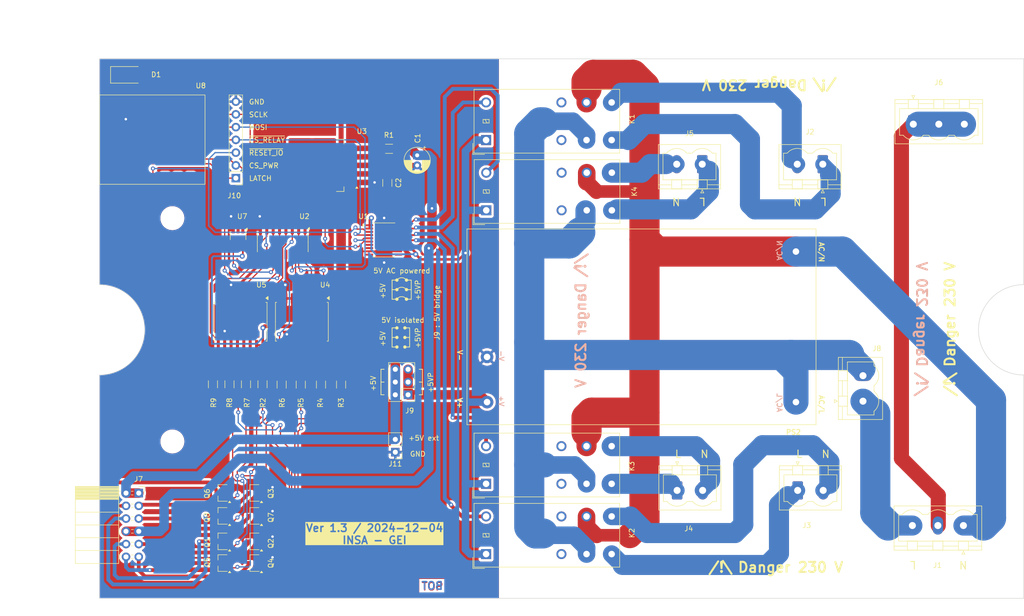
<source format=kicad_pcb>
(kicad_pcb (version 20240108) (generator "pcbnew") (generator_version "8.0")
  (title_block (title "Multiprise pilotée") (date "2024-12-04") (rev "1.3") (company "INSA - GEI"))
  (layers (0 "F.Cu" signal) (31 "B.Cu" signal) (34 "B.Paste" user) (35 "F.Paste" user) (36 "B.SilkS" user "B.Silkscreen") (37 "F.SilkS" user "F.Silkscreen") (38 "B.Mask" user) (39 "F.Mask" user) (44 "Edge.Cuts" user))
  (net 0 "")
  (net 1 "+3V3")
  (net 3 "GND")
  (net 4 "+5V")
  (net 6 "Net-(Q1-G)")
  (net 7 "NEUT")
  (net 8 "Earth")
  (net 9 "LINE")
  (net 10 "/Power supply and relays/R1_L")
  (net 11 "/Power supply and relays/R1_N")
  (net 12 "/Power supply and relays/R2_L")
  (net 13 "/Power supply and relays/R2_N")
  (net 14 "/Power supply and relays/R3_L")
  (net 15 "/Power supply and relays/R3_N")
  (net 16 "/Power supply and relays/R4_L")
  (net 17 "/Power supply and relays/R4_N")
  (net 18 "/Power supply and relays/Relay_1")
  (net 21 "/Power supply and relays/Relay_2")
  (net 24 "/Power supply and relays/Relay_3")
  (net 27 "/Power supply and relays/Relay_4")
  (net 28 "/DC supplies/PWR_3V3_2")
  (net 29 "Net-(Q2-G)")
  (net 30 "/DC supplies/PWR_3V3_1")
  (net 31 "Net-(Q3-G)")
  (net 32 "Net-(Q4-G)")
  (net 33 "/DC supplies/PWR_3V3_3")
  (net 34 "Net-(Q5-G)")
  (net 35 "/DC supplies/PWR_5V_1")
  (net 36 "Net-(Q6-G)")
  (net 37 "Net-(Q7-G)")
  (net 38 "Net-(Q8-G)")
  (net 39 "Net-(U3-~{PG})")
  (net 40 "/DC supplies/PWR_5V_3")
  (net 48 "/DC supplies/~{RESET_IO}")
  (net 49 "Net-(U2-SRCLK)")
  (net 50 "/DC supplies/MOSI")
  (net 51 "/DC supplies/LATCH")
  (net 56 "/DC supplies/PWR_3V3_4")
  (net 57 "/MCU/~{CS_RELAY}")
  (net 58 "/DC supplies/SCLK")
  (net 59 "/DC supplies/CS_PWR_DC")
  (net 60 "/DC supplies/PWR_5V_2")
  (net 61 "/DC supplies/PWR_5V_4")
  (net 62 "Net-(U5-1Y)")
  (net 63 "Net-(U4-1Y)")
  (net 64 "Net-(U4-2Y)")
  (net 65 "Net-(U4-3Y)")
  (net 66 "Net-(U4-4Y)")
  (net 67 "Net-(U5-2Y)")
  (net 68 "Net-(U5-3Y)")
  (net 69 "Net-(U5-4Y)")
  (net 70 "/DC supplies/DRV_5V_1")
  (net 71 "/DC supplies/DRV_5V_3")
  (net 72 "/DC supplies/DRV_5V_2")
  (net 73 "/DC supplies/DRV_3V_1")
  (net 74 "/DC supplies/DRV_5V_4")
  (net 75 "/DC supplies/DRV_3V_2")
  (net 76 "/DC supplies/DRV_3V_3")
  (net 77 "/DC supplies/DRV_3V_4")
  (net 78 "Net-(J1-Pin_3)")
  (net 79 "+5VP")
  (net 81 "Net-(D1-K)")
  (footprint "Capacitor_SMD:C_1206_3216Metric" (layer "F.Cu") (at 114.3 65.7225 -90)
    (property "Reference" "C2")
    (property "Value" "1µF")
  )
  (footprint "Resistor_SMD:R_1206_3216Metric" (layer "F.Cu") (at 79.577 105.8565 -90)
    (property "Reference" "R9")
    (property "Value" "10R")
  )
  (footprint "Resistor_SMD:R_1206_3216Metric" (layer "F.Cu") (at 86.157 105.8565 -90)
    (property "Reference" "R7")
    (property "Value" "10R")
  )
  (footprint "Package_TO_SOT_SMD:TO-263-5_TabPin6" (layer "F.Cu") (at 100.838 62.23 180)
    (property "Reference" "U3")
    (property "Value" "TPS75933KC")
  )
  (footprint "Connector_Phoenix_MSTB:PhoenixContact_MSTBVA_2,5_3-G-5,08_1x03_P5.08mm_Vertical" (layer "F.Cu") (at 219.025 54.025)
    (property "Reference" "J6")
    (property "Value" "Conn_01x03")
  )
  (footprint "Package_SO:TSSOP-20-1EP_4.4x6.5mm_P0.65mm_EP2.15x3.35mm" (layer "F.Cu") (at 113.6315 77.093)
    (property "Reference" "U1")
    (property "Value" "MAX4820xUP")
  )
  (footprint "Connector_PinHeader_2.54mm:PinHeader_1x02_P2.54mm_Vertical" (layer "F.Cu") (at 115.8875 119.38 180)
    (property "Reference" "J11")
    (property "Value" "Conn_01x02")
  )
  (footprint "XIAO_PCB:MOUDLE14P-SMD-2.54-21X17.8MM" (layer "F.Cu") (at 78 66 90)
    (property "Reference" "U8")
    (property "Value" "MOUDLE-SEEEDUINO-XIAO")
  )
  (footprint "Package_TO_SOT_SMD:SOT-23-5" (layer "F.Cu") (at 84.582 76.249 -90)
    (property "Reference" "U7")
    (property "Value" "74AHC1G08")
  )
  (footprint "Resistor_SMD:R_1206_3216Metric" (layer "F.Cu") (at 101.092 105.918 -90)
    (property "Reference" "R4")
    (property "Value" "10R")
  )
  (footprint "Connector_Phoenix_MSTB:PhoenixContact_MSTBVA_2,5_2-G-5,08_1x02_P5.08mm_Vertical" (layer "F.Cu") (at 201 62 180)
    (property "Reference" "J2")
    (property "Value" "Conn_01x02")
  )
  (footprint "Connector_PinHeader_2.54mm:PinHeader_1x07_P2.54mm_Vertical" (layer "F.Cu") (at 84.1375 64.77 180)
    (property "Reference" "J10")
    (property "Value" "Conn_01x05")
  )
  (footprint "Package_TO_SOT_SMD:SC-59" (layer "F.Cu") (at 81.534 137.16 180)
    (property "Reference" "Q1")
    (property "Value" "DMN2020LSN-7")
  )
  (footprint "Relay_THT:Relay_DPDT_Omron_G2RL-2" (layer "F.Cu") (at 133.9625 139.6875 90)
    (property "Reference" "K2")
    (property "Value" "Omron Relay")
  )
  (footprint "Package_TO_SOT_SMD:SC-59" (layer "F.Cu") (at 81.534 127.508 180)
    (property "Reference" "Q6")
    (property "Value" "DMN2020LSN-7")
  )
  (footprint "Connector_PinSocket_2.54mm:PinSocket_2x06_P2.54mm_Horizontal" (layer "F.Cu") (at 64.807 127.533)
    (property "Reference" "J7")
    (property "Value" "Conn_02x06_Odd_Even")
  )
  (footprint "Package_SO:SOIC-16_3.9x9.9mm_P1.27mm" (layer "F.Cu") (at 93.472 77.519 -90)
    (property "Reference" "U2")
    (property "Value" "74HC595")
  )
  (footprint "Resistor_SMD:R_1206_3216Metric" (layer "F.Cu") (at 105.092 105.918 -90)
    (property "Reference" "R3")
    (property "Value" "10R")
  )
  (footprint "Multiprise pilotée:Converter_ACDC_MeanWell_MPM-30-xx_THT" (layer "F.Cu") (at 199.655 113.905 180)
    (property "Reference" "PS2")
    (property "Value" "MPM-30-5")
  )
  (footprint "Package_TO_SOT_SMD:SC-59" (layer "F.Cu") (at 87.884 127.508 180)
    (property "Reference" "Q3")
    (property "Value" "DMN2020LSN-7")
  )
  (footprint "Resistor_SMD:R_1206_3216Metric" (layer "F.Cu") (at 82.867 105.8565 -90)
    (property "Reference" "R8")
    (property "Value" "10R")
  )
  (footprint "Relay_THT:Relay_DPDT_Omron_G2RL-2" (layer "F.Cu") (at 133.9625 125.6875 90)
    (property "Reference" "K3")
    (property "Value" "Omron Relay")
  )
  (footprint "Package_TO_SOT_SMD:SC-59" (layer "F.Cu") (at 81.534 141.478 180)
    (property "Reference" "Q5")
    (property "Value" "DMN2020LSN-7")
  )
  (footprint "MountingHole:MountingHole_4.3mm_M4" (layer "F.Cu") (at 71.5 72.75)
    (property "Reference" "H3" (hide yes))
    (property "Value" "MountingHole" (hide yes))
  )
  (footprint "Resistor_SMD:R_1206_3216Metric" (layer "F.Cu") (at 114.651 58.928 180)
    (property "Reference" "R1")
    (property "Value" "1K")
  )
  (footprint "MountingHole:MountingHole_4.3mm_M4" (layer "F.Cu") (at 71.5 117.25)
    (property "Reference" "H4" (hide yes))
    (property "Value" "MountingHole" (hide yes))
  )
  (footprint "Package_TO_SOT_SMD:SC-59" (layer "F.Cu") (at 87.884 141.478 180)
    (property "Reference" "Q4")
    (property "Value" "DMN2020LSN-7")
  )
  (footprint "Connector_Phoenix_MSTB:PhoenixContact_MSTBVA_2,5_2-G-5,08_1x02_P5.08mm_Vertical" (layer "F.Cu") (at 172 127)
    (property "Reference" "J4")
    (property "Value" "Conn_01x02")
  )
  (footprint "Connector_PinHeader_2.54mm:PinHeader_2x03_P2.54mm_Vertical" (layer "F.Cu") (at 118.4275 107.95 180)
    (property "Reference" "J9")
    (property "Value" "Conn_02x03_Odd_Even")
  )
  (footprint "Package_SO:SOIC-16W_7.5x10.3mm_P1.27mm" (layer "F.Cu") (at 97.282 93.394 -90)
    (property "Reference" "U4")
    (property "Value" "TC4469")
  )
  (footprint "Resistor_SMD:R_1206_3216Metric" (layer "F.Cu") (at 93.257 105.918 -90)
    (property "Reference" "R6")
    (property "Value" "10R")
  )
  (footprint "Connector_Phoenix_MSTB:PhoenixContact_MSTBVA_2,5_3-G-5,08_1x03_P5.08mm_Vertical" (layer "F.Cu") (at 229 134 180)
    (property "Reference" "J1")
    (property "Value" "Conn_01x03")
  )
  (footprint "MountingHole:MountingHole_4.3mm_M4" (layer "F.Cu") (at 225 72.75)
    (property "Reference" "H1" (hide yes))
    (property "Value" "MountingHole" (hide yes))
  )
  (footprint "Package_SO:SOIC-16W_7.5x10.3mm_P1.27mm" (layer "F.Cu") (at 85.09 93.394 -90)
    (property "Reference" "U5")
    (property "Value" "TC4469")
  )
  (footprint "Package_TO_SOT_SMD:SC-59" (layer "F.Cu") (at 87.884 137.16 180)
    (property "Reference" "Q2")
    (property "Value" "DMN2020LSN-7")
  )
  (footprint "Relay_THT:Relay_DPDT_Omron_G2RL-2" (layer "F.Cu") (at 133.9625 57.1875 90)
    (property "Reference" "K1")
    (property "Value" "Omron Relay")
  )
  (footprint "Capacitor_THT:CP_Radial_D5.0mm_P2.00mm" (layer "F.Cu") (at 120.239 60.23 -90)
    (property "Reference" "C1")
    (property "Value" "100µF")
  )
  (footprint "Diode_SMD:D_SMA" (layer "F.Cu") (at 62.706 44.196)
    (property "Reference" "D1")
    (property "Value" "STTH102A")
  )
  (footprint "Package_TO_SOT_SMD:SC-59" (layer "F.Cu") (at 81.534 132.08 180)
    (property "Reference" "Q8")
    (property "Value" "DMN2020LSN-7")
  )
  (footprint "Connector_Phoenix_MSTB:PhoenixContact_MSTBVA_2,5_2-G-5,08_1x02_P5.08mm_Vertical" (layer "F.Cu") (at 177 62 180)
    (property "Reference" "J5")
    (property "Value" "Conn_01x02")
  )
  (footprint "Connector_Phoenix_MSTB:PhoenixContact_MSTBVA_2,5_2-G-5,08_1x02_P5.08mm_Vertical" (layer "F.Cu") (at 196 127)
    (property "Reference" "J3")
    (property "Value" "Conn_01x02")
  )
  (footprint "Connector_Phoenix_MSTB:PhoenixContact_MSTBVA_2,5_2-G-5,08_1x02_P5.08mm_Vertical" (layer "F.Cu") (at 209.0025 109.22 90)
    (property "Reference" "J8")
    (property "Value" "Conn_01x02")
  )
  (footprint "Package_TO_SOT_SMD:SC-59" (layer "F.Cu") (at 87.884 132.08 180)
    (property "Reference" "Q7")
    (property "Value" "DMN2020LSN-7")
  )
  (footprint "Relay_THT:Relay_DPDT_Omron_G2RL-2" (layer "F.Cu") (at 134 71.1875 90)
    (property "Reference" "K4")
    (property "Value" "Omron Relay")
  )
  (footprint "Resistor_SMD:R_1206_3216Metric" (layer "F.Cu") (at 89.447 105.8565 -90)
    (property "Reference" "R2")
    (property "Value" "10R")
  )
  (footprint "MountingHole:MountingHole_4.3mm_M4" (layer "F.Cu") (at 225 117.25)
    (property "Reference" "H2" (hide yes))
    (property "Value" "MountingHole" (hide yes))
  )
  (footprint "Resistor_SMD:R_1206_3216Metric" (layer "F.Cu") (at 97.067 105.918 -90)
    (property "Reference" "R5")
    (property "Value" "10R")
  )
  (gr_circle (center 117.7925 98.425) (end 117.9195 98.298) (stroke (width 0.3)) (fill none) (layer "F.SilkS"))
  (gr_line (start 113.03 107.95) (end 113.665 107.95) (stroke (width 0.15)) (layer "F.SilkS"))
  (gr_line (start 118.11 94.615) (end 117.7925 94.615) (stroke (width 0.15)) (layer "F.SilkS"))
  (gr_line (start 120.65 102.87) (end 121.285 102.87) (stroke (width 0.15)) (layer "F.SilkS"))
  (gr_line (start 115.2525 94.615) (end 115.8875 94.615) (stroke (width 0.15)) (layer "F.SilkS"))
  (gr_arc (start 116.205001 86.995001) (mid 117.1575 86.517816) (end 118.109999 86.995001) (stroke (width 0.15)) (layer "F.SilkS"))
  (gr_line (start 115.2525 98.425) (end 116.205 98.425) (stroke (width 0.15)) (layer "F.SilkS"))
  (gr_arc (start 116.205001 85.090001) (mid 117.1575 84.612816) (end 118.109999 85.090001) (stroke (width 0.15)) (layer "F.SilkS"))
  (gr_line (start 118.745 98.425) (end 118.745 94.615) (stroke (width 0.15)) (layer "F.SilkS"))
  (gr_circle (center 117.7925 96.52) (end 117.9195 96.393) (stroke (width 0.3)) (fill none) (layer "F.SilkS"))
  (gr_line (start 118.745 96.52) (end 117.7925 96.52) (stroke (width 0.15)) (layer "F.SilkS"))
  (gr_line (start 115.2525 85.09) (end 115.8875 85.09) (stroke (width 0.15)) (layer "F.SilkS"))
  (gr_circle (center 116.205 96.52) (end 116.332 96.393) (stroke (width 0.3)) (fill none) (layer "F.SilkS"))
  (gr_circle (center 116.205 85.09) (end 116.332 84.963) (stroke (width 0.3)) (fill none) (layer "F.SilkS"))
  (gr_arc (start 116.205 88.9) (mid 117.1575 88.390237) (end 118.11 88.9) (stroke (width 0.15)) (layer "F.SilkS"))
  (gr_line (start 113.665 102.87) (end 113.03 102.87) (stroke (width 0.15)) (layer "F.SilkS"))
  (gr_line (start 119.0625 88.9) (end 118.11 88.9) (stroke (width 0.15)) (layer "F.SilkS"))
  (gr_line (start 115.2525 85.09) (end 115.2525 88.9) (stroke (width 0.15)) (layer "F.SilkS"))
  (gr_line (start 121.285 107.95) (end 120.65 107.95) (stroke (width 0.15)) (layer "F.SilkS"))
  (gr_circle (center 116.205 86.995) (end 116.332 86.868) (stroke (width 0.3)) (fill none) (layer "F.SilkS"))
  (gr_circle (center 118.11 86.995) (end 118.237 86.868) (stroke (width 0.3)) (fill none) (layer "F.SilkS"))
  (gr_line (start 115.2525 86.995) (end 116.205 86.995) (stroke (width 0.15)) (layer "F.SilkS"))
  (gr_line (start 119.0625 88.9) (end 119.0625 85.09) (stroke (width 0.15)) (layer "F.SilkS"))
  (gr_line (start 118.4275 85.09) (end 118.11 85.09) (stroke (width 0.15)) (layer "F.SilkS"))
  (gr_line (start 118.745 94.615) (end 118.11 94.615) (stroke (width 0.15)) (layer "F.SilkS"))
  (gr_line (start 115.8875 85.09) (end 116.205 85.09) (stroke (width 0.15)) (layer "F.SilkS"))
  (gr_line (start 115.2525 88.9) (end 116.205 88.9) (stroke (width 0.15)) (layer "F.SilkS"))
  (gr_line (start 120.65 105.41) (end 121.285 105.41) (stroke (width 0.15)) (layer "F.SilkS"))
  (gr_line (start 121.285 107.95) (end 121.285 102.87) (stroke (width 0.15)) (layer "F.SilkS"))
  (gr_circle (center 116.205 94.615) (end 116.332 94.488) (stroke (width 0.3)) (fill none) (layer "F.SilkS"))
  (gr_circle (center 118.11 85.09) (end 118.237 84.963) (stroke (width 0.3)) (fill none) (layer "F.SilkS"))
  (gr_circle (center 116.205 88.9) (end 116.332 88.773) (stroke (width 0.3)) (fill none) (layer "F.SilkS"))
  (gr_circle (center 117.7925 94.615) (end 117.9195 94.488) (stroke (width 0.3)) (fill none) (layer "F.SilkS"))
  (gr_line (start 113.03 107.95) (end 113.03 102.87) (stroke (width 0.15)) (layer "F.SilkS"))
  (gr_line (start 113.03 105.41) (end 113.665 105.41) (stroke (width 0.15)) (layer "F.SilkS"))
  (gr_line (start 115.2525 94.615) (end 115.2525 98.425) (stroke (width 0.15)) (layer "F.SilkS"))
  (gr_line (start 118.745 98.425) (end 117.7925 98.425) (stroke (width 0.15)) (layer "F.SilkS"))
  (gr_line (start 119.0625 85.09) (end 118.4275 85.09) (stroke (width 0.15)) (layer "F.SilkS"))
  (gr_line (start 115.8875 94.615) (end 116.205 94.615) (stroke (width 0.15)) (layer "F.SilkS"))
  (gr_circle (center 118.11 88.9) (end 118.237 88.773) (stroke (width 0.3)) (fill none) (layer "F.SilkS"))
  (gr_circle (center 116.205 98.425) (end 116.332 98.298) (stroke (width 0.3)) (fill none) (layer "F.SilkS"))
  (gr_line (start 119.0625 86.995) (end 118.11 86.995) (stroke (width 0.15)) (layer "F.SilkS"))
  (gr_line (start 115.2525 96.52) (end 116.205 96.52) (stroke (width 0.15)) (layer "F.SilkS"))
  (gr_line (start 57 86) (end 57 41) (stroke (width 0.1)) (layer "Edge.Cuts"))
  (gr_arc (start 241 104) (mid 232 95) (end 241 86) (stroke (width 0.1)) (layer "Edge.Cuts"))
  (gr_line (start 57 41) (end 241 41) (stroke (width 0.1)) (layer "Edge.Cuts"))
  (gr_line (start 241 41) (end 241 86) (stroke (width 0.1)) (layer "Edge.Cuts"))
  (gr_line (start 57 148.5) (end 57 104) (stroke (width 0.1)) (layer "Edge.Cuts"))
  (gr_arc (start 57 86) (mid 66 95) (end 57 104) (stroke (width 0.1)) (layer "Edge.Cuts"))
  (gr_line (start 241 148.5) (end 57 148.5) (stroke (width 0.1)) (layer "Edge.Cuts"))
  (gr_line (start 241 104) (end 241 148.5) (stroke (width 0.1)) (layer "Edge.Cuts"))
  (gr_text "TOP" (at 120.9675 147.0025 0) (layer "F.Cu") (effects (font (size 1.5 1.5) (thickness 0.3) (bold yes)) (justify left bottom)))
  (gr_text "BOT" (at 125.5395 146.8755 0) (layer "B.Cu") (effects (font (size 1.5 1.5) (thickness 0.3) (bold yes)) (justify left bottom mirror)))
  (gr_text "/!\\ Danger 230 V" (at 154 79.5 90) (layer "B.SilkS") (effects (font (size 2 2) (thickness 0.4) (bold yes)) (justify left bottom mirror)))
  (gr_text "/!\\ Danger 230 V" (at 219.5 108.5 -90) (layer "B.SilkS") (effects (font (size 2 2) (thickness 0.4) (bold yes)) (justify left bottom mirror)))
  (gr_text "AC/L" (at 191.77 111.506 -90) (layer "B.SilkS") (effects (font (size 1 1) (thickness 0.2) (bold yes)) (justify left bottom mirror)))
  (gr_text "V-" (at 136.398 101.346 -90) (layer "B.SilkS") (effects (font (size 1 1) (thickness 0.2) (bold yes)) (justify left bottom mirror)))
  (gr_text "V+" (at 136.398 110.363 -90) (layer "B.SilkS") (effects (font (size 1 1) (thickness 0.2) (bold yes)) (justify left bottom mirror)))
  (gr_text "AC/N" (at 191.77 81.28 -90) (layer "B.SilkS") (effects (font (size 1 1) (thickness 0.2) (bold yes)) (justify left bottom mirror)))
  (gr_text "+5VP" (at 123.5075 107.6325 90) (layer "F.SilkS") (effects (font (size 1 1)) (justify left bottom)))
  (gr_text "~{CS_RELAY}" (at 86.6775 57.785 0) (layer "F.SilkS") (effects (font (size 1 1)) (justify left bottom)))
  (gr_text "+5V" (at 113.9825 88.9 90) (layer "F.SilkS") (effects (font (size 1 1)) (justify left bottom)))
  (gr_text "/!\\ Danger 230 V" (at 227.5 108.5 90) (layer "F.SilkS") (effects (font (size 2 2) (thickness 0.4) (bold yes)) (justify left bottom)))
  (gr_text "+5VP" (at 120.9675 89.2175 90) (layer "F.SilkS") (effects (font (size 1 1)) (justify left bottom)))
  (gr_text "N" (at 196.85 68.58 180) (layer "F.SilkS") (effects (font (size 1.5 1.5) (thickness 0.2)) (justify left bottom)))
  (gr_text "+5V" (at 112.0775 107.315 90) (layer "F.SilkS") (effects (font (size 1 1)) (justify left bottom)))
  (gr_text "~{RESET_IO}" (at 86.6775 60.325 0) (layer "F.SilkS") (effects (font (size 1 1)) (justify left bottom)))
  (gr_text "CS_PWR" (at 86.6775 62.865 0) (layer "F.SilkS") (effects (font (size 1 1)) (justify left bottom)))
  (gr_text "N" (at 200.66 120.65 0) (layer "F.SilkS") (effects (font (size 1.5 1.5) (thickness 0.2)) (justify left bottom)))
  (gr_text "L" (at 195.58 120.65 0) (layer "F.SilkS") (effects (font (size 1.5 1.5) (thickness 0.2) (bold yes)) (justify left bottom)))
  (gr_text "L" (at 201.93 68.58 180) (layer "F.SilkS") (effects (font (size 1.5 1.5) (thickness 0.2) (bold yes)) (justify left bottom)))
  (gr_text "SCLK" (at 86.6775 52.705 0) (layer "F.SilkS") (effects (font (size 1 1)) (justify left bottom)))
  (gr_text "/!\\ Danger 230 V" (at 204 45 180) (layer "F.SilkS") (effects (font (size 2 2) (thickness 0.4) (bold yes)) (justify left bottom)))
  (gr_text "5V isolated" (at 113.03 93.6625 0) (layer "F.SilkS") (effects (font (size 1 1)) (justify left bottom)))
  (gr_text "/!\\ Danger 230 V" (at 178 143.5 0) (layer "F.SilkS") (effects (font (size 2 2) (thickness 0.4) (bold yes)) (justify left bottom)))
  (gr_text "N" (at 176.53 120.65 0) (layer "F.SilkS") (effects (font (size 1.5 1.5) (thickness 0.2)) (justify left bottom)))
  (gr_text "L" (at 219.71 140.97 180) (layer "F.SilkS") (effects (font (size 1.5 1.5) (thickness 0.2) (bold yes)) (justify left bottom)))
  (gr_text "MOSI" (at 86.6775 55.245 0) (layer "F.SilkS") (effects (font (size 1 1)) (justify left bottom)))
  (gr_text "+5V" (at 113.9825 98.425 90) (layer "F.SilkS") (effects (font (size 1 1)) (justify left bottom)))
  (gr_text "L" (at 177.8 68.58 180) (layer "F.SilkS") (effects (font (size 1.5 1.5) (thickness 0.2) (bold yes)) (justify left bottom)))
  (gr_text "+5VP" (at 120.9675 98.7425 90) (layer "F.SilkS") (effects (font (size 1 1)) (justify left bottom)))
  (gr_text "${PROJECTNAME}\n  Ver ${REVISION} / ${ISSUE_DATE}  \n${COMPANY}\n" (at 111.76 137.795 0) (layer "F.SilkS" knockout) (effects (font (size 1.5 1.5) (thickness 0.3) (bold yes)) (justify bottom)))
  (gr_text "N" (at 172.72 68.58 180) (layer "F.SilkS") (effects (font (size 1.5 1.5) (thickness 0.2)) (justify left bottom)))
  (gr_text "J9 : 5V bridge" (at 124.7775 97.155 90) (layer "F.SilkS") (effects (font (size 1 1)) (justify left bottom)))
  (gr_text "N" (at 229.87 140.97 180) (layer "F.SilkS") (effects (font (size 1.5 1.5) (thickness 0.2)) (justify left bottom)))
  (gr_text "GND" (at 86.6775 50.165 0) (layer "F.SilkS") (effects (font (size 1 1)) (justify left bottom)))
  (gr_text "GND" (at 118.745 120.3325 0) (layer "F.SilkS") (effects (font (size 1 1)) (justify left bottom)))
  (gr_text "L" (at 171.45 120.65 0) (layer "F.SilkS") (effects (font (size 1.5 1.5) (thickness 0.2) (bold yes)) (justify left bottom)))
  (gr_text "+5V ext" (at 118.4275 117.1575 0) (layer "F.SilkS") (effects (font (size 1 1)) (justify left bottom)))
  (gr_text "5V AC powered" (at 111.4425 83.82 0) (layer "F.SilkS") (effects (font (size 1 1)) (justify left bottom)))
  (gr_text "LATCH" (at 86.6775 65.405 0) (layer "F.SilkS") (effects (font (size 1 1)) (justify left bottom)))
  (segment (start 114.5115 60.53) (end 116.1135 58.928) (width 1) (layer "F.Cu") (net 1))
  (segment (start 123.19 70.8025) (end 123.19 78.105) (width 1.9) (layer "F.Cu") (net 1))
  (segment (start 108.488 60.53) (end 114.5115 60.53) (width 1) (layer "F.Cu") (net 1))
  (segment (start 123.19 78.105) (end 122.555 78.74) (width 1.9) (layer "F.Cu") (net 1))
  (segment (start 62.267 135.153) (end 64.807 135.153) (width 1.9) (layer "F.Cu") (net 1))
  (segment (start 116.1135 58.928) (end 118.937 58.928) (width 1.9) (layer "F.Cu") (net 1))
  (segment (start 118.937 58.928) (end 120.239 60.23) (width 1.9) (layer "F.Cu") (net 1))
  (via (at 122.555 78.74) (size 1) (drill 0.5) (layers "F.Cu" "B.Cu") (net 1))
  (via (at 123.19 70.8025) (size 1) (drill 0.5) (layers "F.Cu" "B.Cu") (net 1))
  (segment (start 64.807 135.153) (end 68.9995 135.153) (width 1.9) (layer "B.Cu") (net 1))
  (segment (start 71.4375 127.635) (end 77.7875 127.635) (width 1.9) (layer "B.Cu") (net 1))
  (segment (start 122.46 60.23) (end 120.239 60.23) (width 1.9) (layer "B.Cu") (net 1))
  (segment (start 90.4875 120.65) (end 94.9325 125.095) (width 1.9) (layer "B.Cu") (net 1))
  (segment (start 123.19 70.8025) (end 123.19 60.96) (width 1.9) (layer "B.Cu") (net 1))
  (segment (start 123.19 60.96) (end 122.46 60.23) (width 1.9) (layer "B.Cu") (net 1))
  (segment (start 84.7725 120.65) (end 90.4875 120.65) (width 1.9) (layer "B.Cu") (net 1))
  (segment (start 77.7875 127.635) (end 84.7725 120.65) (width 1.9) (layer "B.Cu") (net 1))
  (segment (start 69.85 129.2225) (end 71.4375 127.635) (width 1.9) (layer "B.Cu") (net 1))
  (segment (start 68.9995 135.153) (end 69.85 134.3025) (width 1.9) (layer "B.Cu") (net 1))
  (segment (start 69.85 134.3025) (end 69.85 129.2225) (width 1.9) (layer "B.Cu") (net 1))
  (segment (start 122.555 122.555) (end 122.555 78.74) (width 1.9) (layer "B.Cu") (net 1))
  (segment (start 94.9325 125.095) (end 120.015 125.095) (width 1.9) (layer "B.Cu") (net 1))
  (segment (start 120.015 125.095) (end 122.555 122.555) (width 1.9) (layer "B.Cu") (net 1))
  (segment (start 89.8525 91.1225) (end 93.0275 91.1225) (width 0.4) (layer "F.Cu") (net 3))
  (segment (start 85.725 90.805) (end 86.0425 91.1225) (width 0.4) (layer "F.Cu") (net 3))
  (segment (start 82.8675 86.0425) (end 83.185 86.0425) (width 0.4) (layer "F.Cu") (net 3))
  (segment (start 100.0125 91.1225) (end 100.457 90.678) (width 0.4) (layer "F.Cu") (net 3))
  (segment (start 83.632 75.1115) (end 83.632 72.837) (width 0.4) (layer "F.Cu") (net 3))
  (segment (start 86.0425 91.1225) (end 87.3125 91.1225) (width 0.4) (layer "F.Cu") (net 3))
  (segment (start 82.759 140.503) (end 89.059 140.503) (width 0.75) (layer "F.Cu") (net 3))
  (segment (start 97.917 88.744) (end 97.917 90.9955) (width 0.4) (layer "F.Cu") (net 3))
  (segment (start 115.2565 75.468) (end 113.6315 77.093) (width 0.35) (layer "F.Cu") (net 3))
  (segment (start 89.059 136.185) (end 89.084 136.21) (width 0.75) (layer "F.Cu") (net 3))
  (segment (start 82.734 140.528) (end 82.759 140.503) (width 0.75) (layer "F.Cu") (net 3))
  (segment (start 113.665 77.1265) (end 113.6315 77.093) (width 0.3) (layer "F.Cu") (net 3))
  (segment (start 94.107 98.044) (end 94.107 96.0755) (width 0.4) (layer "F.Cu") (net 3))
  (segment (start 94.107 86.1695) (end 93.98 86.0425) (width 0.4) (layer "F.Cu") (net 3))
  (segment (start 81.915 86.995) (end 82.8675 86.0425) (width 0.4) (layer "F.Cu") (net 3))
  (segment (start 93.6625 91.1225) (end 93.98 91.1225) (width 0.4) (layer "F.Cu") (net 3))
  (segment (start 100.457 90.678) (end 100.457 88.744) (width 0.4) (layer "F.Cu") (net 3))
  (segment (start 113.6315 77.093) (end 113.6315 72.741) (width 0.35) (layer "F.Cu") (net 3))
  (segment (start 83.632 72.837) (end 83.185 72.39) (width 0.4) (layer "F.Cu") (net 3))
  (segment (start 82.759 131.105) (end 89.059 131.105) (width 0.75) (layer "F.Cu") (net 3))
  (segment (start 97.79 91.1225) (end 100.0125 91.1225) (width 0.4) (layer "F.Cu") (net 3))
  (segment (start 116.519 75.468) (end 115.2565 75.468) (width 0.35) (layer "F.Cu") (net 3))
  (segment (start 108.488 65.63) (end 111.6675 65.63) (width 1) (layer "F.Cu") (net 3))
  (segment (start 89.027 72.517) (end 88.9 72.39) (width 0.4) (layer "F.Cu") (net 3))
  (segment (start 94.107 88.744) (end 94.107 86.1695) (width 0.4) (layer "F.Cu") (net 3))
  (segment (start 92.837 88.744) (end 95.377 88.744) (width 0.4) (layer "F.Cu") (net 3))
  (segment (start 113.665 79.368) (end 110.744 79.368) (width 0.35) (layer "F.Cu") (net 3))
  (segment (start 93.6625 91.1225) (end 94.2975 91.1225) (width 0.4) (layer "F.Cu") (net 3))
  (segment (start 116.519 79.368) (end 113.665 79.368) (width 0.35) (layer "F.Cu") (net 3))
  (segment (start 89.059 126.533) (end 89.084 126.558) (width 0.75) (layer "F.Cu") (net 3))
  (segment (start 80.645 88.744) (end 83.185 88.744) (width 0.4) (layer "F.Cu") (net 3))
  (segment (start 94.107 96.0755) (end 94.2975 95.885) (width 0.4) (layer "F.Cu") (net 3))
  (segment (start 94.107 90.9955) (end 94.107 88.744) (width 0.4) (layer "F.Cu") (net 3))
  (segment (start 82.759 126.533) (end 89.059 126.533) (width 0.75) (layer "F.Cu") (net 3))
  (segment (start 91.4375 136.21) (end 91.44 136.2075) (width 0.75) (layer "F.Cu") (net 3))
  (segment (start 89.084 126.558) (end 91.247 126.558) (width 0.75) (layer "F.Cu") (net 3))
  (segment (start 94.107 79.994) (end 94.107 85.9155) (width 0.4) (layer "F.Cu") (net 3))
  (segment (start 62.42 49) (end 62.42 52.8325) (width 1) (layer "F.Cu") (net 3))
  (segment (start 88.265 91.1225) (end 89.8525 91.1225) (width 0.4) (layer "F.Cu") (net 3))
  (segment (start 82.734 136.21) (end 82.759 136.185) (width 0.75) (layer "F.Cu") (net 3))
  (segment (start 62.42 52.8325) (end 62.23 53.0225) (width 1) (layer "F.Cu") (net 3))
  (segment (start 83.185 88.744) (end 83.185 90.4875) (width 0.4) (layer "F.Cu") (net 3))
  (segment (start 82.734 126.558) (end 82.759 126.533) (width 0.75) (layer "F.Cu") (net 3))
  (segment (start 93.0275 91.1225) (end 97.79 91.1225) (width 0.4) (layer "F.Cu") (net 3))
  (segment (start 85.725 88.744) (end 85.725 90.805) (width 0.4) (layer "F.Cu") (net 3))
  (segment (start 89.084 131.13) (end 91.4375 131.13) (width 0.75) (layer "F.Cu") (net 3))
  (segment (start 113.6315 72.741) (end 113.665 72.7075) (width 0.3) (layer "F.Cu") (net 3))
  (segment (start 83.185 90.4875) (end 83.82 91.1225) (width 0.4) (layer "F.Cu") (net 3))
  (segment (start 111.6675 65.63) (end 113.235 67.1975) (width 1) (layer "F.Cu") (net 3))
  (segment (start 91.4375 131.13) (end 91.44 131.1275) (width 0.75) (layer "F.Cu") (net 3))
  (segment (start 91.247 126.558) (end 91.44 126.365) (width 0.75) (layer "F.Cu") (net 3))
  (segment (start 89.027 75.044) (end 89.027 72.517) (width 0.4) (layer "F.Cu") (net 3))
  (segment (start 97.917 90.9955) (end 97.79 91.1225) (width 0.4) (layer "F.Cu") (net 3))
  (segment (start 83.82 91.1225) (end 87.3125 91.1225) (width 0.4) (layer "F.Cu") (net 3))
  (segment (start 87.3125 91.1225) (end 89.8525 91.1225) (width 0.4) (layer "F.Cu") (net 3))
  (segment (start 82.734 131.13) (end 82.759 131.105) (width 0.75) (layer "F.Cu") (net 3))
  (segment (start 93.0275 91.1225) (end 93.6625 91.1225) (width 0.4) (layer "F.Cu") (net 3))
  (segment (start 88.265 88.744) (end 88.265 91.1225) (width 0.4) (layer "F.Cu") (net 3))
  (segment (start 89.084 136.21) (end 91.4375 136.21) (width 0.75) (layer "F.Cu") (net 3))
  (segment (start 89.059 131.105) (end 89.084 131.13) (width 0.75) (layer "F.Cu") (net 3))
  (segment (start 81.915 95.25) (end 81.915 98.044) (width 0.4) (layer "F.Cu") (net 3))
  (segment (start 108.488 62.23) (end 120.239 62.23) (width 1) (layer "F.Cu") (net 3))
  (segment (start 94.107 85.9155) (end 93.98 86.0425) (width 0.4) (layer "F.Cu") (net 3))
  (segment (start 91.247 140.528) (end 91.44 140.335) (width 0.75) (layer "F.Cu") (net 3))
  (segment (start 89.059 140.503) (end 89.084 140.528) (width 0.75) (layer "F.Cu") (net 3))
  (segment (start 81.915 88.744) (end 81.915 86.995) (width 0.4) (layer "F.Cu") (net 3))
  (segment (start 82.759 136.185) (end 89.059 136.185) (width 0.75) (layer "F.Cu") (net 3))
  (segment (start 89.084 140.528) (end 91.247 140.528) (width 0.75) (layer "F.Cu") (net 3))
  (segment (start 113.665 79.368) (end 113.665 81.5975) (width 0.35) (layer "F.Cu") (net 3))
  (segment (start 93.98 91.1225) (end 94.107 90.9955) (width 0.4) (layer "F.Cu") (net 3))
  (segment (start 113.665 79.368) (end 113.665 77.1265) (width 0.35) (layer "F.Cu") (net 3))
  (segment (start 113.235 67.1975) (end 114.3 67.1975) (width 1) (layer "F.Cu") (net 3))
  (via (at 81.915 95.25) (size 1) (drill 0.5) (layers "F.Cu" "B.Cu") (net 3))
  (via (at 113.665 81.5975) (size 1) (drill 0.5) (layers "F.Cu" "B.Cu") (net 3))
  (via (at 91.44 136.2075) (size 1) (drill 0.5) (layers "F.Cu" "B.Cu") (net 3))
  (via (at 62.23 53.0225) (size 1) (drill 0.5) (layers "F.Cu" "B.Cu") (net 3))
  (via (at 91.44 131.1275) (size 1) (drill 0.5) (layers "F.Cu" "B.Cu") (net 3))
  (via (at 83.185 72.39) (size 1) (drill 0.5) (layers "F.Cu" "B.Cu") (net 3))
  (via (at 93.98 86.0425) (size 1) (drill 0.5) (layers "F.Cu" "B.Cu") (net 3))
  (via (at 94.2975 95.885) (size 1) (drill 0.5) (layers "F.Cu" "B.Cu") (net 3))
  (via (at 113.665 72.7075) (size 1) (drill 0.5) (layers "F.Cu" "B.Cu") (net 3))
  (via (at 91.44 140.335) (size 1) (drill 0.5) (layers "F.Cu" "B.Cu") (net 3))
  (via (at 111.76 65.63) (size 1) (drill 0.5) (layers "F.Cu" "B.Cu") (net 3))
  (via (at 83.185 86.0425) (size 1) (drill 0.5) (layers "F.Cu" "B.Cu") (net 3))
  (via (at 91.44 126.365) (size 1) (drill 0.5) (layers "F.Cu" "B.Cu") (net 3))
  (via (at 88.9 72.39) (size 1) (drill 0.5) (layers "F.Cu" "B.Cu") (net 3))
  (segment (start 100.33 94.2975) (end 89.8525 94.2975) (width 0.75) (layer "F.Cu") (net 4))
  (segment (start 105.0925 64.135) (end 105.2975 63.93) (width 1) (layer "F.Cu") (net 4))
  (segment (start 62.267 127.533) (end 64.807 127.533) (width 1.9) (layer "F.Cu") (net 4))
  (segment (start 89.8525 94.2975) (end 89.535 94.615) (width 0.75) (layer "F.Cu") (net 4))
  (segment (start 105.0925 68.8975) (end 105.0925 64.135) (width 1) (layer "F.Cu") (net 4))
  (segment (start 85.532 80.203) (end 85.4075 80.3275) (width 0.35) (layer "F.Cu") (net 4))
  (segment (start 105.0925 93.98) (end 105.0925 68.8975) (width 1.9) (layer "F.Cu") (net 4))
  (segment (start 113.9825 63.93) (end 114.3 64.2475) (width 1) (layer "F.Cu") (net 4))
  (segment (start 108.488 63.93) (end 113.9825 63.93) (width 1) (layer "F.Cu") (net 4))
  (segment (start 104.775 94.2975) (end 104.14 94.9325) (width 0.75) (layer "F.Cu") (net 4))
  (segment (start 115.8875 95.885) (end 115.8875 107.95) (width 1.9) (layer "F.Cu") (net 4))
  (segment (start 114.6175 94.615) (end 115.8875 95.885) (width 1.9) (layer "F.Cu") (net 4))
  (segment (start 104.4575 94.615) (end 105.0925 93.98) (width 1) (layer "F.Cu") (net 4))
  (segment (start 104.14 94.9325) (end 104.4575 94.615) (width 0.4) (layer "F.Cu") (net 4))
  (segment (start 89.535 94.615) (end 89.535 98.044) (width 0.4) (layer "F.Cu") (net 4))
  (segment (start 100.33 94.2975) (end 100.457 94.4245) (width 0.4) (layer "F.Cu") (net 4))
  (segment (start 115.8875 95.885) (end 115.8875 97.79) (width 1.9) (layer "F.Cu") (net 4))
  (segment (start 64.706 44.196) (end 105.0925 44.196) (width 1) (layer "F.Cu") (net 4))
  (segment (start 100.457 94.4245) (end 100.457 98.044) (width 0.4) (layer "F.Cu") (net 4))
  (segment (start 105.0925 64.135) (end 105.0925 44.196) (width 1) (layer "F.Cu") (net 4))
  (segment (start 104.4415 79.994) (end 104.4575 80.01) (width 0.4) (layer "F.Cu") (net 4))
  (segment (start 88.265 98.044) (end 89.535 98.044) (width 0.4) (layer "F.Cu") (net 4))
  (segment (start 101.727 98.044) (end 100.457 98.044) (width 0.4) (layer "F.Cu") (net 4))
  (segment (start 100.33 94.2975) (end 104.775 94.2975) (width 0.75) (layer "F.Cu") (net 4))
  (segment (start 104.4575 94.615) (end 114.6175 94.615) (width 1.9) (layer "F.Cu") (net 4))
  (segment (start 85.532 77.3865) (end 85.532 80.203) (width 0.35) (layer "F.Cu") (net 4))
  (segment (start 104.4575 80.01) (end 105.0925 79.375) (width 0.5) (layer "F.Cu") (net 4))
  (segment (start 105.2975 63.93) (end 108.488 63.93) (width 1) (layer "F.Cu") (net 4))
  (segment (start 97.917 79.994) (end 104.4415 79.994) (width 0.5) (layer "F.Cu") (net 4))
  (via (at 85.4075 80.3275) (size 1) (drill 0.5) (layers "F.Cu" "B.Cu") (net 4))
  (via (at 89.535 94.615) (size 1) (drill 0.5) (layers "F.Cu" "B.Cu") (net 4))
  (segment (start 79.6925 80.3275) (end 85.4075 80.3275) (width 0.35) (layer "B.Cu") (net 4))
  (segment (start 79.375 97.79) (end 79.375 80.645) (width 0.35) (layer "B.Cu") (net 4))
  (segment (start 89.535 96.52) (end 88.265 97.79) (width 0.35) (layer "B.Cu") (net 4))
  (segment (start 88.265 97.79) (end 79.375 97.79) (width 0.35) (layer "B.Cu") (net 4))
  (segment (start 63.8175 124.1425) (end 62.267 125.693) (width 1.9) (layer "B.Cu") (net 4))
  (segment (start 115.8875 116.84) (end 84.1375 116.84) (width 1.9) (layer "B.Cu") (net 4))
  (segment (start 89.535 94.615) (end 89.535 96.52) (width 0.35) (layer "B.Cu") (net 4))
  (segment (start 76.835 124.1425) (end 63.8175 124.1425) (width 1.9) (layer "B.Cu") (net 4))
  (segment (start 62.267 125.693) (end 62.267 127.533) (width 1.9) (layer "B.Cu") (net 4))
  (segment (start 115.8875 102.87) (end 115.8875 116.84) (width 1.9) (layer "B.Cu") (net 4))
  (segment (start 84.1375 116.84) (end 76.835 124.1425) (width 1.9) (layer "B.Cu") (net 4))
  (segment (start 79.375 80.645) (end 79.6925 80.3275) (width 0.35) (layer "B.Cu") (net 4))
  (segment (start 98.423604 112.7125) (end 101.092 110.044104) (width 0.25) (layer "F.Cu") (net 6))
  (segment (start 101.092 110.044104) (end 101.092 107.3805) (width 0.25) (layer "F.Cu") (net 6))
  (segment (start 85.420152 124.082345) (end 89.595155 124.082345) (width 0.25) (layer "F.Cu") (net 6))
  (segment (start 90.17 113.665) (end 91.1225 112.7125) (width 0.25) (layer "F.Cu") (net 6))
  (segment (start 84.455 137.4775) (end 83.8225 138.11) (width 0.25) (layer "F.Cu") (net 6))
  (segment (start 91.1225 112.7125) (end 98.423604 112.7125) (width 0.25) (layer "F.Cu") (net 6))
  (segment (start 89.595155 124.082345) (end 90.17 123.5075) (width 0.25) (layer "F.Cu") (net 6))
  (segment (start 83.8225 138.11) (end 82.734 138.11) (width 0.25) (layer "F.Cu") (net 6))
  (segment (start 90.17 123.5075) (end 90.17 113.665) (width 0.25) (layer "F.Cu") (net 6))
  (via (at 85.420152 124.082345) (size 0.8) (drill 0.4) (layers "F.Cu" "B.Cu") (net 6))
  (via (at 84.455 137.4775) (size 0.8) (drill 0.4) (layers "F.Cu" "B.Cu") (net 6))
  (segment (start 84.455 137.4775) (end 86.36 135.5725) (width 0.25) (layer "B.Cu") (net 6))
  (segment (start 86.36 125.022193) (end 85.420152 124.082345) (width 0.25) (layer "B.Cu") (net 6))
  (segment (start 86.36 135.5725) (end 86.36 125.022193) (width 0.25) (layer "B.Cu") (net 6))
  (segment (start 165.5 111.5) (end 165.5 133.077) (width 6) (layer "F.Cu") (net 7))
  (segment (start 163.1875 44.1875) (end 155.3125 44.1875) (width 6) (layer "F.Cu") (net 7))
  (segment (start 195.655 79.405) (end 167.905 79.405) (width 6) (layer "F.Cu") (net 7))
  (segment (start 154 65.5) (end 154 63.6875) (width 3.5) (layer "F.Cu") (net 7))
  (segment (start 153.9625 45.5375) (end 153.9625 46.909325) (width 6) (layer "F.Cu") (net 7))
  (segment (start 165.5 67) (end 165.5 46.5) (width 6) (layer "F.Cu") (net 7))
  (segment (start 153.9625 112.5375) (end 153.9625 115.409325) (width 6) (layer "F.Cu") (net 7))
  (segment (start 165.5 46.5) (end 163.1875 44.1875) (width 6) (layer "F.Cu") (net 7))
  (segment (start 167.905 79.405) (end 165.5 77) (width 6) (layer "F.Cu") (net 7))
  (segment (start 155 111.5) (end 153.9625 112.5375) (width 6) (layer "F.Cu") (net 7))
  (segment (start 153.9625 46.909325) (end 153.9625 49.6875) (width 4) (layer "F.Cu") (net 7))
  (segment (start 165.5 77) (end 165.5 111.5) (width 6) (layer "F.Cu") (net 7))
  (segment (start 165.5 133.077) (end 165.1 133.477) (width 6) (layer "F.Cu") (net 7))
  (segment (start 156.017 136.017) (end 153.9625 133.9625) (width 3) (layer "F.Cu") (net 7))
  (segment (start 165.5 77) (end 165.5 67) (width 6) (layer "F.Cu") (net 7))
  (segment (start 153.9625 115.409325) (end 153.9625 118.1875) (width 4) (layer "F.Cu") (net 7))
  (segment (start 153.9625 133.9625) (end 153.9625 132.1875) (width 3.5) (layer "F.Cu") (net 7))
  (segment (start 155.3125 44.1875) (end 153.9625 45.5375) (width 6) (layer "F.Cu") (net 7))
  (segment (start 165.1 133.477) (end 162.56 136.017) (width 5) (layer "F.Cu") (net 7))
  (segment (start 165.5 111.5) (end 155 111.5) (width 6) (layer "F.Cu") (net 7))
  (segment (start 165.063 67.437) (end 155.937 67.437) (width 2.5) (layer "F.Cu") (net 7))
  (segment (start 162.4805 135.9375) (end 156.0965 135.9375) (width 2.5) (layer "F.Cu") (net 7))
  (segment (start 162.56 136.017) (end 162.4805 135.9375) (width 2.5) (layer "F.Cu") (net 7))
  (segment (start 156.0965 135.9375) (end 156.017 136.017) (width 2.5) (layer "F.Cu") (net 7))
  (segment (start 155.937 67.437) (end 154 65.5) (width 3) (layer "F.Cu") (net 7))
  (segment (start 204.905 79.405) (end 195.655 79.405) (width 6) (layer "B.Cu") (net 7))
  (segment (start 233 134) (end 234.5 132.5) (width 6) (layer "B.Cu") (net 7))
  (segment (start 234.5 109) (end 204.905 79.405) (width 6) (layer "B.Cu") (net 7))
  (segment (start 229 134) (end 233 134) (width 4) (layer "B.Cu") (net 7))
  (segment (start 234.5 132.5) (end 234.5 109) (width 6) (layer "B.Cu") (net 7))
  (segment (start 216.662 120.65) (end 224 127.988) (width 3) (layer "F.Cu") (net 8))
  (segment (start 224 127.988) (end 224 134) (width 3) (layer "F.Cu") (net 8))
  (segment (start 216.662 56.388) (end 216.662 120.65) (width 3) (layer "F.Cu") (net 8))
  (segment (start 219.025 54.025) (end 216.662 56.388) (width 3) (layer "F.Cu") (net 8))
  (segment (start 219.025 54.025) (end 220 54.025) (width 1.5) (layer "B.Cu") (net 8))
  (segment (start 220 54.025) (end 229.025 54.025) (width 5) (layer "B.Cu") (net 8))
  (segment (start 142.5575 77.7875) (end 142.5575 55.88) (width 6) (layer "B.Cu") (net 9))
  (segment (start 195.655 103.43) (end 192.2375 100.0125) (width 5) (layer "B.Cu") (net 9))
  (segment (start 151.626713 121.9375) (end 153.9625 124.273287) (width 3.5) (layer "B.Cu") (net 9))
  (segment (start 194.6275 100.0125) (end 145.0975 100.0125) (width 6) (layer "B.Cu") (net 9))
  (segment (start 145.623932 121.92) (end 145.641432 121.9375) (width 2.5) (layer "B.Cu") (net 9))
  (segment (start 145.0975 100.0125) (end 142.5575 97.4725) (width 5) (layer "B.Cu") (net 9))
  (segment (start 145.421432 53.6575) (end 145.641432 53.4375) (width 2.5) (layer "B.Cu") (net 9))
  (segment (start 195.655 109.405) (end 195.655 103.43) (width 5) (layer "B.Cu") (net 9))
  (segment (start 150.495 77.7875) (end 152.7175 75.565) (width 6) (layer "B.Cu") (net 9))
  (segment (start 143.1925 134.9375) (end 143.8275 135.5725) (width 6) (layer "B.Cu") (net 9))
  (segment (start 143.8275 135.5725) (end 145.276432 135.5725) (width 6) (layer "B.Cu") (net 9))
  (segment (start 151.495 135.9375) (end 153.9625 138.405) (width 3.5) (layer "B.Cu") (net 9))
  (segment (start 145.641432 135.9375) (end 151.495 135.9375) (width 3.5) (layer "B.Cu") (net 9))
  (segment (start 151.2275 53.4375) (end 153.9625 56.1725) (width 3.5) (layer "B.Cu") (net 9))
  (segment (start 142.5575 55.88) (end 144.78 53.6575) (width 6) (layer "B.Cu") (net 9))
  (segment (start 194.6275 100.0125) (end 206.295 100.0125) (width 6) (layer "B.Cu") (net 9))
  (segment (start 206.295 100.0125) (end 209.0025 102.72) (width 5) (layer "B.Cu") (net 9))
  (segment (start 153.75 73.508568) (end 153.75 71.1875) (width 4) (layer "B.Cu") (net 9))
  (segment (start 142.5575 134.3025) (end 143.1925 134.9375) (width 5) (layer "B.Cu") (net 9))
  (segment (start 142.5575 121.92) (end 142.5575 134.3025) (width 6) (layer "B.Cu") (net 9))
  (segment (start 142.5575 77.7875) (end 150.495 77.7875) (width 6) (layer "B.Cu") (net 9))
  (segment (start 142.5575 97.4725) (end 142.5575 77.7875) (width 6) (layer "B.Cu") (net 9))
  (segment (start 142.5575 121.92) (end 145.623932 121.92) (width 5) (layer "B.Cu") (net 9))
  (segment (start 145.641432 121.9375) (end 151.626713 121.9375) (width 3.5) (layer "B.Cu") (net 9))
  (segment (start 153.9625 138.405) (end 153.9625 139.6875) (width 3.5) (layer "B.Cu") (net 9))
  (segment (start 152.7175 74.541068) (end 153.75 73.508568) (width 4) (layer "B.Cu") (net 9))
  (segment (start 153.9625 56.1725) (end 153.9625 57.1875) (width 3.5) (layer "B.Cu") (net 9))
  (segment (start 144.78 53.6575) (end 145.421432 53.6575) (width 6) (layer "B.Cu") (net 9))
  (segment (start 145.276432 135.5725) (end 145.641432 135.9375) (width 2.5) (layer "B.Cu") (net 9))
  (segment (start 145.641432 53.4375) (end 151.2275 53.4375) (width 3.5) (layer "B.Cu") (net 9))
  (segment (start 142.5575 97.4725) (end 142.5575 121.92) (width 6) (layer "B.Cu") (net 9))
  (segment (start 153.9625 124.273287) (end 153.9625 125.6875) (width 3.5) (layer "B.Cu") (net 9))
  (segment (start 202.565 64.262) (end 202.438 64.135) (width 4) (layer "B.Cu") (net 10))
  (segment (start 162.3125 57.1875) (end 165.5 54) (width 4) (layer "B.Cu") (net 10))
  (segment (start 165.5 54) (end 183.5 54) (width 4) (layer "B.Cu") (net 10))
  (segment (start 202.565 67.935) (end 202.565 64.262) (width 4) (layer "B.Cu") (net 10))
  (segment (start 202.438 64.135) (end 202.541 64.032) (width 3) (layer "B.Cu") (net 10))
  (segment (start 187.5 71) (end 199.5 71) (width 4) (layer "B.Cu") (net 10))
  (segment (start 199.5 71) (end 202.565 67.935) (width 4) (layer "B.Cu") (net 10))
  (segment (start 202.541 64.032) (end 202.541 63.541) (width 3) (layer "B.Cu") (net 10))
  (segment (start 202.541 63.541) (end 201 62) (width 3) (layer "B.Cu") (net 10))
  (segment (start 186.5 70) (end 187.5 71) (width 4) (layer "B.Cu") (net 10))
  (segment (start 158.9625 57.1875) (end 162.3125 57.1875) (width 3.5) (layer "B.Cu") (net 10))
  (segment (start 186.5 57) (end 186.5 70) (width 4) (layer "B.Cu") (net 10))
  (segment (start 183.5 54) (end 186.5 57) (width 4) (layer "B.Cu") (net 10))
  (segment (start 158.9625 49.6875) (end 160.898 47.752) (width 3.5) (layer "B.Cu") (net 11))
  (segment (start 192.252 47.752) (end 194.818 50.318) (width 4) (layer "B.Cu") (net 11))
  (segment (start 194.818 60.818) (end 196 62) (width 3) (layer "B.Cu") (net 11))
  (segment (start 160.898 47.752) (end 192.252 47.752) (width 4) (layer "B.Cu") (net 11))
  (segment (start 194.818 50.318) (end 194.818 60.818) (width 4) (layer "B.Cu") (net 11))
  (segment (start 158.9625 139.6875) (end 161.134 141.859) (width 3.5) (layer "B.Cu") (net 12))
  (segment (start 194.056 128.143) (end 194.857 128.143) (width 3) (layer "B.Cu") (net 12))
  (segment (start 194.857 128.143) (end 196 127) (width 3) (layer "B.Cu") (net 12))
  (segment (start 192.278 139.573) (end 192.278 129.921) (width 4) (layer "B.Cu") (net 12))
  (segment (start 192.278 129.921) (end 194.056 128.143) (width 4) (layer "B.Cu") (net 12))
  (segment (start 189.992 141.859) (end 192.278 139.573) (width 4) (layer "B.Cu") (net 12))
  (segment (start 161.134 141.859) (end 189.992 141.859) (width 4) (layer "B.Cu") (net 12))
  (segment (start 158.9625 132.1875) (end 162.6875 132.1875) (width 3.5) (layer "B.Cu") (net 13))
  (segment (start 183.5 135.5) (end 185.166 133.834) (width 4) (layer "B.Cu") (net 13))
  (segment (start 189 118) (end 199 118) (width 4) (layer "B.Cu") (net 13))
  (segment (start 202.311 125.689) (end 201 127) (width 3) (layer "B.Cu") (net 13))
  (segment (start 185.166 121.834) (end 189 118) (width 4) (layer "B.Cu") (net 13))
  (segment (start 166 135.5) (end 183.5 135.5) (width 4) (layer "B.Cu") (net 13))
  (segment (start 202.311 121.311) (end 202.311 125.689) (width 4) (layer "B.Cu") (net 13))
  (segment (start 199 118) (end 202.311 121.311) (width 4) (layer "B.Cu") (net 13))
  (segment (start 162.6875 132.1875) (end 166 135.5) (width 4) (layer "B.Cu") (net 13))
  (segment (start 185.166 133.834) (end 185.166 121.834) (width 4) (layer "B.Cu") (net 13))
  (segment (start 170.6875 125.6875) (end 172 127) (width 3) (layer "B.Cu") (net 14))
  (segment (start 158.9625 125.6875) (end 170.6875 125.6875) (width 4) (layer "B.Cu") (net 14))
  (segment (start 178.562 125.438) (end 177 127) (width 3) (layer "B.Cu") (net 15))
  (segment (start 178.562 124.968) (end 178.562 125.438) (width 3) (layer "B.Cu") (net 15))
  (segment (start 178.562 121.062) (end 178.562 124.968) (width 4) (layer "B.Cu") (net 15))
  (segment (start 158.9625 118.1875) (end 175.6875 118.1875) (width 4) (layer "B.Cu") (net 15))
  (segment (start 175.6875 118.1875) (end 178.562 121.062) (width 4) (layer "B.Cu") (net 15))
  (segment (start 159 71.1875) (end 159.8125 71.1875) (width 3.5) (layer "B.Cu") (net 16))
  (segment (start 160 71) (end 174.745 71) (width 4) (layer "B.Cu") (net 16))
  (segment (start 178.308 67.437) (end 178.308 63.308) (width 4) (layer "B.Cu") (net 16))
  (segment (start 178.308 63.308) (end 177 62) (width 3) (layer "B.Cu") (net 16))
  (segment (start 174.745 71) (end 178.308 67.437) (width 4) (layer "B.Cu") (net 16))
  (segment (start 159.8125 71.1875) (end 160 71) (width 3.5) (layer "B.Cu") (net 16))
  (segment (start 169.799 61.976) (end 169.823 62) (width 3) (layer "B.Cu") (net 17))
  (segment (start 166.624 61.976) (end 169.799 61.976) (width 4) (layer "B.Cu") (net 17))
  (segment (start 159 63.6875) (end 164.9125 63.6875) (width 4) (layer "B.Cu") (net 17))
  (segment (start 164.9125 63.6875) (end 166.624 61.976) (width 4) (layer "B.Cu") (net 17))
  (segment (start 169.823 62) (end 172 62) (width 3) (layer "B.Cu") (net 17))
  (segment (start 116.519 74.818) (end 119.8095 74.818) (width 0.35) (layer "F.Cu") (net 18))
  (segment (start 119.8095 74.818) (end 120.015 74.6125) (width 0.3) (layer "F.Cu") (net 18))
  (via (at 120.015 74.6125) (size 0.8) (drill 0.4) (layers "F.Cu" "B.Cu") (net 18))
  (segment (start 120.015 74.6125) (end 125.095 74.6125) (width 0.75) (layer "B.Cu") (net 18))
  (segment (start 129.3825 49.6875) (end 133.9625 49.6875) (width 0.75) (layer "B.Cu") (net 18))
  (segment (start 125.095 74.6125) (end 127.3175 72.39) (width 0.75) (layer "B.Cu") (net 18))
  (segment (start 127.3175 72.39) (end 127.3175 51.7525) (width 0.75) (layer "B.Cu") (net 18))
  (segment (start 127.3175 51.7525) (end 129.3825 49.6875) (width 0.75) (layer "B.Cu") (net 18))
  (segment (start 120.015 77.1525) (end 119.0625 77.1525) (width 0.35) (layer "F.Cu") (net 21))
  (segment (start 129.1875 132.1875) (end 133.9625 132.1875) (width 0.75) (layer "F.Cu") (net 21))
  (segment (start 119.0625 77.1525) (end 118.678 76.768) (width 0.35) (layer "F.Cu") (net 21))
  (segment (start 127 130) (end 127 129.8575) (width 0.75) (layer "F.Cu") (net 21))
  (segment (start 118.678 76.768) (end 116.519 76.768) (width 0.35) (layer "F.Cu") (net 21))
  (segment (start 127 130) (end 129.1875 132.1875) (width 0.75) (layer "F.Cu") (net 21))
  (via (at 120.015 77.1525) (size 0.8) (drill 0.4) (layers "F.Cu" "B.Cu") (net 21))
  (via (at 127 129.8575) (size 0.8) (drill 0.4) (layers "F.Cu" "B.Cu") (net 21))
  (segment (start 127 129.8575) (end 125.73 128.5875) (width 0.75) (layer "B.Cu") (net 21))
  (segment (start 125.73 128.5875) (end 125.73 79.0575) (width 0.75) (layer "B.Cu") (net 21))
  (segment (start 123.825 77.1525) (end 120.015 77.1525) (width 0.75) (layer "B.Cu") (net 21))
  (segment (start 125.73 79.0575) (end 123.825 77.1525) (width 0.75) (layer "B.Cu") (net 21))
  (segment (start 134 114) (end 133.9625 114.0375) (width 0.75) (layer "F.Cu") (net 24))
  (segment (start 132.5 112.5) (end 134 114) (width 0.75) (layer "F.Cu") (net 24))
  (segment (start 133.9625 114.0375) (end 133.9625 118.1875) (width 0.75) (layer "F.Cu") (net 24))
  (segment (start 127.3175 112.5) (end 132.5 112.5) (width 0.75) (layer "F.Cu") (net 24))
  (segment (start 120.015 75.8825) (end 119.7795 76.118) (width 0.35) (layer "F.Cu") (net 24))
  (segment (start 119.7795 76.118) (end 116.519 76.118) (width 0.35) (layer "F.Cu") (net 24))
  (via (at 127.3175 112.5) (size 0.8) (drill 0.4) (layers "F.Cu" "B.Cu") (net 24))
  (via (at 120.015 75.8825) (size 0.8) (drill 0.4) (layers "F.Cu" "B.Cu") (net 24))
  (segment (start 127.3175 112.5) (end 127.3175 78.74) (width 0.75) (layer "B.Cu") (net 24))
  (segment (start 127.3175 78.74) (end 124.46 75.8825) (width 0.75) (layer "B.Cu") (net 24))
  (segment (start 124.46 75.8825) (end 120.015 75.8825) (width 0.75) (layer "B.Cu") (net 24))
  (segment (start 116.519 74.168) (end 118.5545 74.168) (width 0.35) (layer "F.Cu") (net 27))
  (segment (start 119.6975 73.025) (end 118.5545 74.168) (width 0.3) (layer "F.Cu") (net 27))
  (segment (start 120.015 73.025) (end 119.6975 73.025) (width 0.3) (layer "F.Cu") (net 27))
  (via (at 120.015 73.025) (size 0.8) (drill 0.4) (layers "F.Cu" "B.Cu") (net 27))
  (segment (start 136.271 61.4165) (end 134 63.6875) (width 0.75) (layer "B.Cu") (net 27))
  (segment (start 125.73 71.12) (end 125.73 48.5775) (width 0.75) (layer "B.Cu") (net 27))
  (segment (start 123.825 73.025) (end 125.73 71.12) (width 0.75) (layer "B.Cu") (net 27))
  (segment (start 134.9375 46.99) (end 136.271 48.3235) (width 0.75) (layer "B.Cu") (net 27))
  (segment (start 125.73 48.5775) (end 127.3175 46.99) (width 0.75) (layer "B.Cu") (net 27))
  (segment (start 120.015 73.025) (end 123.825 73.025) (width 0.75) (layer "B.Cu") (net 27))
  (segment (start 127.3175 46.99) (end 134.9375 46.99) (width 0.75) (layer "B.Cu") (net 27))
  (segment (start 136.271 48.3235) (end 136.271 61.4165) (width 0.75) (layer "B.Cu") (net 27))
  (segment (start 80.334 137.16) (end 76.835 137.16) (width 0.75) (layer "F.Cu") (net 28))
  (via (at 76.835 137.16) (size 0.8) (drill 0.4) (layers "F.Cu" "B.Cu") (net 28))
  (segment (start 60.0075 138.1125) (end 60.427 137.693) (width 0.75) (layer "B.Cu") (net 28))
  (segment (start 60.0075 143.8275) (end 60.0075 138.1125) (width 0.75) (layer "B.Cu") (net 28))
  (segment (start 76.835 142.24) (end 74.6125 144.4625) (width 0.75) (layer "B.Cu") (net 28))
  (segment (start 74.6125 144.4625) (end 60.6425 144.4625) (width 0.75) (layer "B.Cu") (net 28))
  (segment (start 60.427 137.693) (end 62.267 137.693) (width 0.75) (layer "B.Cu") (net 28))
  (segment (start 60.6425 144.4625) (end 60.0075 143.8275) (width 0.75) (layer "B.Cu") (net 28))
  (segment (start 76.835 137.16) (end 76.835 142.24) (width 0.75) (layer "B.Cu") (net 28))
  (segment (start 96.8375 113.665) (end 100.965 113.665) (width 0.25) (layer "F.Cu") (net 29))
  (segment (start 95.2525 138.11) (end 95.885 137.4775) (width 0.25) (layer "F.Cu") (net 29))
  (segment (start 105.092 109.538) (end 105.092 107.3805) (width 0.25) (layer "F.Cu") (net 29))
  (segment (start 95.885 114.6175) (end 96.8375 113.665) (width 0.25) (layer "F.Cu") (net 29))
  (segment (start 100.965 113.665) (end 105.092 109.538) (width 0.25) (layer "F.Cu") (net 29))
  (segment (start 95.885 137.4775) (end 95.885 114.6175) (width 0.25) (layer "F.Cu") (net 29))
  (segment (start 89.084 138.11) (end 95.2525 138.11) (width 0.25) (layer "F.Cu") (net 29))
  (segment (start 84.7725 139.3825) (end 74.93 139.3825) (width 0.75) (layer "F.Cu") (net 30))
  (segment (start 86.684 137.471) (end 84.7725 139.3825) (width 0.75) (layer "F.Cu") (net 30))
  (segment (start 73.2405 137.693) (end 64.807 137.693) (width 0.75) (layer "F.Cu") (net 30))
  (segment (start 74.93 139.3825) (end 73.2405 137.693) (width 0.75) (layer "F.Cu") (net 30))
  (segment (start 86.684 137.16) (end 86.684 137.471) (width 0.75) (layer "F.Cu") (net 30))
  (segment (start 91.44 113.9825) (end 91.44 117.1575) (width 0.25) (layer "F.Cu") (net 31))
  (segment (start 91.44 117.1575) (end 94.8 120.5175) (width 0.25) (layer "F.Cu") (net 31))
  (segment (start 94.8 127.9525) (end 94.2945 128.458) (width 0.25) (layer "F.Cu") (net 31))
  (segment (start 89.535 111.4425) (end 89.447 111.3545) (width 0.25) (layer "F.Cu") (net 31))
  (segment (start 89.447 111.3545) (end 89.447 107.319) (width 0.25) (layer "F.Cu") (net 31))
  (segment (start 94.8 120.5175) (end 94.8 127.9525) (width 0.25) (layer "F.Cu") (net 31))
  (segment (start 94.2945 128.458) (end 89.084 128.458) (width 0.25) (layer "F.Cu") (net 31))
  (via (at 91.44 113.9825) (size 0.8) (drill 0.4) (layers "F.Cu" "B.Cu") (net 31))
  (via (at 89.535 111.4425) (size 0.8) (drill 0.4) (layers "F.Cu" "B.Cu") (net 31))
  (segment (start 89.535 111.4425) (end 89.535 113.3475) (width 0.25) (layer "B.Cu") (net 31))
  (segment (start 90.17 113.9825) (end 91.44 113.9825) (width 0.25) (layer "B.Cu") (net 31))
  (segment (start 89.535 113.3475) (end 90.17 113.9825) (width 0.25) (layer "B.Cu") (net 31))
  (segment (start 97.067 111.3545) (end 97.067 107.3805) (width 0.25) (layer "F.Cu") (net 32))
  (segment (start 97.155 114.6175) (end 96.52 115.2525) (width 0.25) (layer "F.Cu") (net 32))
  (segment (start 97.155 111.4425) (end 97.067 111.3545) (width 0.25) (layer "F.Cu") (net 32))
  (segment (start 95.697 142.428) (end 89.084 142.428) (width 0.25) (layer "F.Cu") (net 32))
  (segment (start 96.52 115.2525) (end 96.52 141.605) (width 0.25) (layer "F.Cu") (net 32))
  (segment (start 96.52 141.605) (end 95.697 142.428) (width 0.25) (layer "F.Cu") (net 32))
  (via (at 97.155 111.4425) (size 0.8) (drill 0.4) (layers "F.Cu" "B.Cu") (net 32))
  (via (at 97.155 114.6175) (size 0.8) (drill 0.4) (layers "F.Cu" "B.Cu") (net 32))
  (segment (start 97.155 111.4425) (end 97.155 114.6175) (width 0.25) (layer "B.Cu") (net 32))
  (segment (start 86.684 141.478) (end 86.684 141.916) (width 0.75) (layer "F.Cu") (net 33))
  (segment (start 66.04 144.145) (end 64.807 142.912) (width 0.75) (layer "F.Cu") (net 33))
  (segment (start 86.684 141.916) (end 84.455 144.145) (width 0.75) (layer "F.Cu") (net 33))
  (segment (start 84.455 144.145) (end 66.04 144.145) (width 0.75) (layer "F.Cu") (net 33))
  (segment (start 64.807 142.912) (end 64.807 140.233) (width 0.75) (layer "F.Cu") (net 33))
  (segment (start 84.455 142.24) (end 84.267 142.428) (width 0.25) (layer "F.Cu") (net 34))
  (segment (start 88.265 114.45875) (end 93.257 109.46675) (width 0.25) (layer "F.Cu") (net 34))
  (segment (start 84.267 142.428) (end 82.734 142.428) (width 0.25) (layer "F.Cu") (net 34))
  (segment (start 88.265 122.2375) (end 88.265 114.45875) (width 0.25) (layer "F.Cu") (net 34))
  (segment (start 87.15375 123.34875) (end 88.265 122.2375) (width 0.25) (layer "F.Cu") (net 34))
  (segment (start 93.257 109.46675) (end 93.257 107.3805) (width 0.25) (layer "F.Cu") (net 34))
  (via (at 84.455 142.24) (size 0.8) (drill 0.4) (layers "F.Cu" "B.Cu") (net 34))
  (via (at 87.15375 123.34875) (size 0.8) (drill 0.4) (layers "F.Cu" "B.Cu") (net 34))
  (segment (start 86.995 141.9225) (end 86.995 123.5075) (width 0.25) (layer "B.Cu") (net 34))
  (segment (start 84.455 142.24) (end 86.6775 142.24) (width 0.25) (layer "B.Cu") (net 34))
  (segment (start 86.995 123.5075) (end 87.15375 123.34875) (width 0.25) (layer "B.Cu") (net 34))
  (segment (start 86.6775 142.24) (end 86.995 141.9225) (width 0.25) (layer "B.Cu") (net 34))
  (segment (start 65.0225 129.8575) (end 64.807 130.073) (width 0.75) (layer "F.Cu") (net 35))
  (segment (start 84.455 129.8575) (end 65.0225 129.8575) (width 0.75) (layer "F.Cu") (net 35))
  (segment (start 86.684 127.6285) (end 84.455 129.8575) (width 0.75) (layer "F.Cu") (net 35))
  (segment (start 86.684 127.508) (end 86.684 127.6285) (width 0.75) (layer "F.Cu") (net 35))
  (segment (start 83.9495 128.458) (end 82.734 128.458) (width 0.25) (layer "F.Cu") (net 36))
  (segment (start 84.422086 124.144551) (end 84.422086 123.222914) (width 0.25) (layer "F.Cu") (net 36))
  (segment (start 84.422086 123.222914) (end 86.157 121.488) (width 0.25) (layer "F.Cu") (net 36))
  (segment (start 84.455 127.9525) (end 83.9495 128.458) (width 0.25) (layer "F.Cu") (net 36))
  (segment (start 86.157 121.488) (end 86.157 107.319) (width 0.25) (layer "F.Cu") (net 36))
  (via (at 84.422086 124.144551) (size 0.8) (drill 0.4) (layers "F.Cu" "B.Cu") (net 36))
  (via (at 84.455 127.9525) (size 0.8) (drill 0.4) (layers "F.Cu" "B.Cu") (net 36))
  (segment (start 84.455 124.177465) (end 84.422086 124.144551) (width 0.25) (layer "B.Cu") (net 36))
  (segment (start 84.455 127.9525) (end 84.455 124.177465) (width 0.25) (layer "B.Cu") (net 36))
  (segment (start 93.0275 113.9825) (end 93.0275 116.84) (width 0.25) (layer "F.Cu") (net 37))
  (segment (start 84.61375 110.64875) (end 82.867 108.902) (width 0.25) (layer "F.Cu") (net 37))
  (segment (start 82.867 108.902) (end 82.867 107.319) (width 0.25) (layer "F.Cu") (net 37))
  (segment (start 94.6175 133.03) (end 89.084 133.03) (width 0.25) (layer "F.Cu") (net 37))
  (segment (start 93.0275 116.84) (end 95.25 119.0625) (width 0.25) (layer "F.Cu") (net 37))
  (segment (start 95.25 119.0625) (end 95.25 132.3975) (width 0.25) (layer "F.Cu") (net 37))
  (segment (start 95.25 132.3975) (end 94.6175 133.03) (width 0.25) (layer "F.Cu") (net 37))
  (segment (start 84.61375 111.4425) (end 84.61375 110.64875) (width 0.25) (layer "F.Cu") (net 37))
  (via (at 93.0275 113.9825) (size 0.8) (drill 0.4) (layers "F.Cu" "B.Cu") (net 37))
  (via (at 84.61375 111.4425) (size 0.8) (drill 0.4) (layers "F.Cu" "B.Cu") (net 37))
  (segment (start 86.0425 114.935) (end 92.075 114.935) (width 0.25) (layer "B.Cu") (net 37))
  (segment (start 84.61375 113.50625) (end 86.0425 114.935) (width 0.25) (layer "B.Cu") (net 37))
  (segment (start 84.61375 111.4425) (end 84.61375 113.50625) (width 0.25) (layer "B.Cu") (net 37))
  (segment (start 92.075 114.935) (end 93.0275 113.9825) (width 0.25) (layer "B.Cu") (net 37))
  (segment (start 84.1375 125.095) (end 83.5025 124.46) (width 0.25) (layer "F.Cu") (net 38))
  (segment (start 83.5025 124.46) (end 83.5025 111.2445) (width 0.25) (layer "F.Cu") (net 38))
  (segment (start 85.4075 125.095) (end 84.1375 125.095) (width 0.25) (layer "F.Cu") (net 38))
  (segment (start 83.5025 111.2445) (end 79.577 107.319) (width 0.25) (layer "F.Cu") (net 38))
  (segment (start 82.734 133.03) (end 83.8225 133.03) (width 0.25) (layer "F.Cu") (net 38))
  (segment (start 83.8225 133.03) (end 84.455 132.3975) (width 0.25) (layer "F.Cu") (net 38))
  (via (at 85.4075 125.095) (size 0.8) (drill 0.4) (layers "F.Cu" "B.Cu") (net 38))
  (via (at 84.455 132.3975) (size 0.8) (drill 0.4) (layers "F.Cu" "B.Cu") (net 38))
  (segment (start 85.725 125.4125) (end 85.725 131.1275) (width 0.25) (layer "B.Cu") (net 38))
  (segment (start 85.4075 125.095) (end 85.725 125.4125) (width 0.25) (layer "B.Cu") (net 38))
  (segment (start 85.725 131.1275) (end 84.455 132.3975) (width 0.25) (layer "B.Cu") (net 38))
  (segment (start 113.0905 58.83) (end 113.1885 58.928) (width 0.75) (layer "F.Cu") (net 39))
  (segment (start 108.488 58.83) (end 113.0905 58.83) (width 0.75) (layer "F.Cu") (net 39))
  (segment (start 86.684 132.391) (end 84.455 134.62) (width 0.75) (layer "F.Cu") (net 40))
  (segment (start 86.684 132.08) (end 86.684 132.391) (width 0.75) (layer "F.Cu") (net 40))
  (segment (start 84.455 134.62) (end 75.2475 134.62) (width 0.75) (layer "F.Cu") (net 40))
  (segment (start 73.2405 132.613) (end 64.807 132.613) (width 0.75) (layer "F.Cu") (net 40))
  (segment (start 75.2475 134.62) (end 73.2405 132.613) (width 0.75) (layer "F.Cu") (net 40))
  (segment (start 67.6275 62.865) (end 67.6275 65.0375) (width 0.25) (layer "F.Cu") (net 48))
  (segment (start 90.297 78.232) (end 90.17 78.105) (width 0.25) (layer "F.Cu") (net 48))
  (segment (start 109.514688 74.93) (end 110.052688 75.468) (width 0.25) (layer "F.Cu") (net 48))
  (segment (start 110.052688 75.468) (end 110.744 75.468) (width 0.25) (layer "F.Cu") (net 48))
  (segment (start 108.2675 74.93) (end 109.514688 74.93) (width 0.25) (layer "F.Cu") (net 48))
  (segment (start 107.95 74.6125) (end 108.2675 74.93) (width 0.25) (layer "F.Cu") (net 48))
  (segment (start 90.297 79.994) (end 90.297 78.232) (width 0.25) (layer "F.Cu") (net 48))
  (segment (start 67.6275 65.0375) (end 67.5 65.165) (width 0.25) (layer "F.Cu") (net 48))
  (via (at 90.17 78.105) (size 0.8) (drill 0.4) (layers "F.Cu" "B.Cu") (net 48))
  (via (at 67.6275 62.865) (size 0.8) (drill 0.4) (layers "F.Cu" "B.Cu") (net 48))
  (via (at 107.95 74.6125) (size 0.8) (drill 0.4) (layers "F.Cu" "B.Cu") (net 48))
  (segment (start 67.6275 62.865) (end 78.4225 62.865) (width 0.25) (layer "B.Cu") (net 48))
  (segment (start 80.01 75.565) (end 78.74 74.295) (width 0.25) (layer "B.Cu") (net 48))
  (segment (start 106.9975 75.565) (end 92.71 75.565) (width 0.25) (layer "B.Cu") (net 48))
  (segment (start 90.17 75.565) (end 90.17 78.105) (width 0.25) (layer "B.Cu") (net 48))
  (segment (start 92.71 75.565) (end 80.01 75.565) (width 0.25) (layer "B.Cu") (net 48))
  (segment (start 78.4225 62.865) (end 78.74 63.1825) (width 0.25) (layer "B.Cu") (net 48))
  (segment (start 78.74 60.96) (end 80.01 59.69) (width 0.25) (layer "B.Cu") (net 48))
  (segment (start 80.01 59.69) (end 84.1375 59.69) (width 0.25) (layer "B.Cu") (net 48))
  (segment (start 107.95 74.6125) (end 106.9975 75.565) (width 0.25) (layer "B.Cu") (net 48))
  (segment (start 78.74 74.295) (end 78.74 68.58) (width 0.25) (layer "B.Cu") (net 48))
  (segment (start 78.74 68.58) (end 78.74 60.96) (width 0.25) (layer "B.Cu") (net 48))
  (segment (start 92.71 75.565) (end 90.17 75.565) (width 0.25) (layer "B.Cu") (net 48))
  (segment (start 83.783597 82.196097) (end 83.632 82.0445) (width 0.25) (layer "F.Cu") (net 49))
  (segment (start 83.632 82.0445) (end 83.632 77.3865) (width 0.25) (layer "F.Cu") (net 49))
  (segment (start 91.567 83.058) (end 91.1225 83.5025) (width 0.25) (layer "F.Cu") (net 49))
  (segment (start 91.567 79.994) (end 91.567 83.058) (width 0.25) (layer "F.Cu") (net 49))
  (via (at 83.783597 82.196097) (size 0.8) (drill 0.4) (layers "F.Cu" "B.Cu") (net 49))
  (via (at 91.1225 83.5025) (size 0.8) (drill 0.4) (layers "F.Cu" "B.Cu") (net 49))
  (segment (start 91.1225 83.5025) (end 85.09 83.5025) (width 0.25) (layer "B.Cu") (net 49))
  (segment (start 85.09 83.5025) (end 83.783597 82.196097) (width 0.25) (layer "B.Cu") (net 49))
  (segment (start 84.1375 54.61) (end 68.77 54.61) (width 0.25) (layer "F.Cu") (net 50))
  (segment (start 67.5 53.34) (end 67.5 49) (width 0.25) (layer "F.Cu") (net 50))
  (segment (start 68.77 54.61) (end 67.5 53.34) (width 0.25) (layer "F.Cu") (net 50))
  (segment (start 95.377 83.105) (end 95.377 79.994) (width 0.25) (layer "F.Cu") (net 50))
  (segment (start 109.603104 76.768) (end 110.744 76.768) (width 0.25) (layer "F.Cu") (net 50))
  (segment (start 109.218604 77.1525) (end 109.603104 76.768) (width 0.25) (layer "F.Cu") (net 50))
  (segment (start 107.95 77.1525) (end 109.218604 77.1525) (width 0.25) (layer "F.Cu") (net 50))
  (segment (start 95.297 83.185) (end 95.377 83.105) (width 0.25) (layer "F.Cu") (net 50))
  (via (at 107.95 77.1525) (size 0.8) (drill 0.4) (layers "F.Cu" "B.Cu") (net 50))
  (via (at 95.297 83.185) (size 0.8) (drill 0.4) (layers "F.Cu" "B.Cu") (net 50))
  (segment (start 107.6325 54.61) (end 84.1375 54.61) (width 0.25) (layer "B.Cu") (net 50))
  (segment (start 109.855 56.8325) (end 107.6325 54.61) (width 0.25) (layer "B.Cu") (net 50))
  (segment (start 109.855 77.1525) (end 109.855 56.8325) (width 0.25) (layer "B.Cu") (net 50))
  (segment (start 96.022 82.46) (end 109.31 82.46) (width 0.25) (layer "B.Cu") (net 50))
  (segment (start 109.855 81.915) (end 109.855 76.2) (width 0.25) (layer "B.Cu") (net 50))
  (segment (start 109.31 82.46) (end 109.855 81.915) (width 0.25) (layer "B.Cu") (net 50))
  (segment (start 107.95 77.1525) (end 109.855 77.1525) (width 0.25) (layer "B.Cu") (net 50))
  (segment (start 95.297 83.185) (end 96.022 82.46) (width 0.25) (layer "B.Cu") (net 50))
  (segment (start 81.915 64.77) (end 84.1375 64.77) (width 0.25) (layer "F.Cu") (net 51))
  (segment (start 92.837 79.994) (end 92.837 84.255194) (width 0.25) (layer "F.Cu") (net 51))
  (segment (start 65.7225 61.9125) (end 79.0575 61.9125) (width 0.25) (layer "F.Cu") (net 51))
  (segment (start 64.96 65.173998) (end 64.96 65.165) (width 0.25) (layer "F.Cu") (net 51))
  (segment (start 79.0575 61.9125) (end 81.915 64.77) (width 0.25) (layer "F.Cu") (net 51))
  (segment (start 64.96 65.165) (end 64.96 62.675) (width 0.25) (layer "F.Cu") (net 51))
  (segment (start 92.837 84.255194) (end 92.356097 84.736097) (width 0.25) (layer "F.Cu") (net 51))
  (segment (start 64.96 62.675) (end 65.7225 61.9125) (width 0.25) (layer "F.Cu") (net 51))
  (segment (start 81.915 83.185) (end 81.915 64.77) (width 0.25) (layer "F.Cu") (net 51))
  (via (at 92.356097 84.736097) (size 0.8) (drill 0.4) (layers "F.Cu" "B.Cu") (net 51))
  (via (at 81.915 83.185) (size 0.8) (drill 0.4) (layers "F.Cu" "B.Cu") (net 51))
  (segment (start 92.356097 84.736097) (end 83.466097 84.736097) (width 0.25) (layer "B.Cu") (net 51))
  (segment (start 83.466097 84.736097) (end 81.915 83.185) (width 0.25) (layer "B.Cu") (net 51))
  (segment (start 73.3425 142.875) (end 74.7395 141.478) (width 0.75) (layer "F.Cu") (net 56))
  (segment (start 74.7395 141.478) (end 80.334 141.478) (width 0.75) (layer "F.Cu") (net 56))
  (segment (start 66.9925 142.875) (end 73.3425 142.875) (width 0.75) (layer "F.Cu") (net 56))
  (via (at 66.9925 142.875) (size 0.8) (drill 0.4) (layers "F.Cu" "B.Cu") (net 56))
  (segment (start 66.9925 142.875) (end 62.865 142.875) (width 0.75) (layer "B.Cu") (net 56))
  (segment (start 62.267 142.277) (end 62.267 140.233) (width 0.75) (layer "B.Cu") (net 56))
  (segment (start 62.865 142.875) (end 62.267 142.277) (width 0.75) (layer "B.Cu") (net 56))
  (segment (start 107.95 75.8825) (end 108.1855 76.118) (width 0.25) (layer "F.Cu") (net 57))
  (segment (start 108.1855 76.118) (end 110.744 76.118) (width 0.25) (layer "F.Cu") (net 57))
  (segment (start 60.6425 57.15) (end 59.88 57.9125) (width 0.25) (layer "F.Cu") (net 57))
  (segment (start 59.88 57.9125) (end 59.88 65.165) (width 0.25) (layer "F.Cu") (net 57))
  (segment (start 84.1375 57.15) (end 60.6425 57.15) (width 0.25) (layer "F.Cu") (net 57))
  (via (at 107.95 75.8825) (size 0.8) (drill 0.4) (layers "F.Cu" "B.Cu") (net 57))
  (segment (start 107.95 57.15) (end 84.1375 57.15) (width 0.25) (layer "B.Cu") (net 57))
  (segment (start 108.9025 58.1025) (end 107.95 57.15) (width 0.25) (layer "B.Cu") (net 57))
  (segment (start 107.95 75.8825) (end 108.585 75.8825) (width 0.25) (layer "B.Cu") (net 57))
  (segment (start 108.9025 75.565) (end 108.9025 58.1025) (width 0.25) (layer "B.Cu") (net 57))
  (segment (start 108.585 75.8825) (end 108.9025 75.565) (width 0.25) (layer "B.Cu") (net 57))
  (segment (start 84.1375 52.07) (end 73.215 52.07) (width 0.25) (layer "F.Cu") (net 58))
  (segment (start 73.215 52.07) (end 72.58 51.435) (width 0.25) (layer "F.Cu") (net 58))
  (segment (start 109.5895 77.418) (end 110.744 77.418) (width 0.25) (layer "F.Cu") (net 58))
  (segment (start 85.532 71.313) (end 85.532 75.1115) (width 0.25) (layer "F.Cu") (net 58))
  (segment (start 84.1375 52.07) (end 86.36 52.07) (width 0.25) (layer "F.Cu") (net 58))
  (segment (start 86.995 69.85) (end 101.9175 69.85) (width 0.25) (layer "F.Cu") (net 58))
  (segment (start 108.585 78.4225) (end 109.5895 77.418) (width 0.25) (layer "F.Cu") (net 58))
  (segment (start 101.9175 76.835) (end 101.9175 69.85) (width 0.25) (layer "F.Cu") (net 58))
  (segment (start 86.995 69.85) (end 85.532 71.313) (width 0.25) (layer "F.Cu") (net 58))
  (segment (start 86.36 52.07) (end 86.995 52.705) (width 0.25) (layer "F.Cu") (net 58))
  (segment (start 72.58 49) (end 72.58 51.435) (width 0.25) (layer "F.Cu") (net 58))
  (segment (start 107.95 78.4225) (end 108.585 78.4225) (width 0.25) (layer "F.Cu") (net 58))
  (segment (start 86.995 52.705) (end 86.995 69.85) (width 0.25) (layer "F.Cu") (net 58))
  (via (at 101.9175 76.835) (size 0.8) (drill 0.4) (layers "F.Cu" "B.Cu") (net 58))
  (via (at 107.95 78.4225) (size 0.8) (drill 0.4) (layers "F.Cu" "B.Cu") (net 58))
  (segment (start 107.95 78.4225) (end 102.5525 78.4225) (width 0.25) (layer "B.Cu") (net 58))
  (segment (start 102.5525 78.4225) (end 101.9175 77.7875) (width 0.25) (layer "B.Cu") (net 58))
  (segment (start 101.9175 77.7875) (end 101.9175 76.835) (width 0.25) (layer "B.Cu") (net 58))
  (segment (start 84.1375 62.23) (end 82.8675 60.96) (width 0.25) (layer "F.Cu") (net 59))
  (segment (start 82.8675 60.96) (end 63.5 60.96) (width 0.25) (layer "F.Cu") (net 59))
  (segment (start 63.5 60.96) (end 62.42 62.04) (width 0.25) (layer "F.Cu") (net 59))
  (segment (start 86.0425 69.215) (end 86.0425 63.5) (width 0.25) (layer "F.Cu") (net 59))
  (segment (start 84.582 75.1115) (end 84.7725 74.921) (width 0.25) (layer "F.Cu") (net 59))
  (segment (start 62.42 62.04) (end 62.42 65.165) (width 0.25) (layer "F.Cu") (net 59))
  (segment (start 84.7725 62.23) (end 84.1375 62.23) (width 0.25) (layer "F.Cu") (net 59))
  (segment (start 84.582 75.1115) (end 84.582 70.6755) (width 0.25) (layer "F.Cu") (net 59))
  (segment (start 86.0425 63.5) (end 84.7725 62.23) (width 0.25) (layer "F.Cu") (net 59))
  (segment (start 84.582 70.6755) (end 86.0425 69.215) (width 0.25) (layer "F.Cu") (net 59))
  (segment (start 59.69 125.4125) (end 59.055 126.0475) (width 0.75) (layer "F.Cu") (net 60))
  (segment (start 60.223 130.073) (end 62.267 130.073) (width 0.75) (layer "F.Cu") (net 60))
  (segment (start 80.334 127.0065) (end 80.334 127.508) (width 0.75) (layer "F.Cu") (net 60))
  (segment (start 78.74 125.4125) (end 59.69 125.4125) (width 0.75) (layer "F.Cu") (net 60))
  (segment (start 59.055 126.0475) (end 59.055 128.905) (width 0.75) (layer "F.Cu") (net 60))
  (segment (start 78.74 125.4125) (end 80.334 127.0065) (width 0.75) (layer "F.Cu") (net 60))
  (segment (start 59.055 128.905) (end 60.223 130.073) (width 0.75) (layer "F.Cu") (net 60))
  (segment (start 80.334 132.08) (end 78.105 132.08) (width 0.75) (layer "F.Cu") (net 61))
  (via (at 78.105 132.08) (size 0.8) (drill 0.4) (layers "F.Cu" "B.Cu") (net 61))
  (segment (start 59.69 145.7325) (end 58.7375 144.78) (width 0.75) (layer "B.Cu") (net 61))
  (segment (start 58.7375 133.985) (end 60.1095 132.613) (width 0.75) (layer "B.Cu") (net 61))
  (segment (start 75.565 145.7325) (end 59.69 145.7325) (width 0.75) (layer "B.Cu") (net 61))
  (segment (start 78.105 143.1925) (end 75.565 145.7325) (width 0.75) (layer "B.Cu") (net 61))
  (segment (start 60.1095 132.613) (end 62.267 132.613) (width 0.75) (layer "B.Cu") (net 61))
  (segment (start 78.105 132.08) (end 78.105 143.1925) (width 0.75) (layer "B.Cu") (net 61))
  (segment (start 58.7375 144.78) (end 58.7375 133.985) (width 0.75) (layer "B.Cu") (net 61))
  (segment (start 89.447 101.1945) (end 89.447 104.394) (width 0.25) (layer "F.Cu") (net 62))
  (segment (start 86.995 98.044) (end 86.995 98.7425) (width 0.25) (layer "F.Cu") (net 62))
  (segment (start 86.995 98.7425) (end 89.447 101.1945) (width 0.25) (layer "F.Cu") (net 62))
  (segment (start 99.695 100.6475) (end 104.4575 100.6475) (width 0.25) (layer "F.Cu") (net 63))
  (segment (start 99.187 98.044) (end 99.187 100.1395) (width 0.25) (layer "F.Cu") (net 63))
  (segment (start 99.187 100.1395) (end 99.695 100.6475) (width 0.25) (layer "F.Cu") (net 63))
  (segment (start 104.4575 100.6475) (end 105.0925 101.2825) (width 0.25) (layer "F.Cu") (net 63))
  (segment (start 105.092 101.283) (end 105.092 104.4555) (width 0.25) (layer "F.Cu") (net 63))
  (segment (start 105.0925 101.2825) (end 105.092 101.283) (width 0.25) (layer "F.Cu") (net 63))
  (segment (start 98.425 101.2825) (end 100.33 101.2825) (width 0.25) (layer "F.Cu") (net 64))
  (segment (start 101.092 102.0445) (end 101.092 104.4555) (width 0.25) (layer "F.Cu") (net 64))
  (segment (start 100.33 101.2825) (end 101.092 102.0445) (width 0.25) (layer "F.Cu") (net 64))
  (segment (start 97.917 98.044) (end 97.917 100.7745) (width 0.25) (layer "F.Cu") (net 64))
  (segment (start 97.917 100.7745) (end 98.425 101.2825) (width 0.25) (layer "F.Cu") (net 64))
  (segment (start 96.647 104.0355) (end 97.067 104.4555) (width 0.25) (layer "F.Cu") (net 65))
  (segment (start 96.647 98.044) (end 96.647 104.0355) (width 0.25) (layer "F.Cu") (net 65))
  (segment (start 95.377 98.044) (end 95.377 100.203) (width 0.25) (layer "F.Cu") (net 66))
  (segment (start 93.257 101.3705) (end 93.257 104.4555) (width 0.25) (layer "F.Cu") (net 66))
  (segment (start 95.377 100.203) (end 94.615 100.965) (width 0.25) (layer "F.Cu") (net 66))
  (segment (start 94.615 100.965) (end 93.6625 100.965) (width 0.25) (layer "F.Cu") (net 66))
  (segment (start 93.6625 100.965) (end 93.257 101.3705) (width 0.25) (layer "F.Cu") (net 66))
  (segment (start 85.725 101.0535) (end 86.157 101.4855) (width 0.25) (layer "F.Cu") (net 67))
  (segment (start 86.157 101.4855) (end 86.157 104.394) (width 0.25) (layer "F.Cu") (net 67))
  (segment (start 85.725 98.044) (end 85.725 101.0535) (width 0.25) (layer "F.Cu") (net 67))
  (segment (start 82.8675 102.235) (end 82.8675 102.5525) (width 0.25) (layer "F.Cu") (net 68))
  (segment (start 82.8675 102.5525) (end 82.867 102.553) (width 0.25) (layer "F.Cu") (net 68))
  (segment (start 82.867 102.553) (end 82.867 104.394) (width 0.25) (layer "F.Cu") (net 68))
  (segment (start 84.455 98.044) (end 84.455 100.6475) (width 0.25) (layer "F.Cu") (net 68))
  (segment (start 84.455 100.6475) (end 82.8675 102.235) (width 0.25) (layer "F.Cu") (net 68))
  (segment (start 83.185 98.044) (end 83.185 99.695) (width 0.25) (layer "F.Cu") (net 69))
  (segment (start 83.185 99.695) (end 81.915 100.965) (width 0.25) (layer "F.Cu") (net 69))
  (segment (start 81.915 100.965) (end 80.3275 100.965) (width 0.25) (layer "F.Cu") (net 69))
  (segment (start 80.3275 100.965) (end 79.577 101.7155) (width 0.25) (layer "F.Cu") (net 69))
  (segment (start 79.577 101.7155) (end 79.577 104.394) (width 0.25) (layer "F.Cu") (net 69))
  (segment (start 89.535 88.744) (end 89.535 87.3125) (width 0.25) (layer "F.Cu") (net 70))
  (segment (start 93.462 84.655499) (end 93.462 78.623) (width 0.25) (layer "F.Cu") (net 70))
  (segment (start 89.535 87.3125) (end 90.804999 87.3125) (width 0.25) (layer "F.Cu") (net 70))
  (segment (start 90.804999 87.3125) (end 93.462 84.655499) (width 0.25) (layer "F.Cu") (net 70))
  (segment (start 94.107 77.978) (end 94.107 75.044) (width 0.25) (layer "F.Cu") (net 70))
  (segment (start 93.462 78.623) (end 94.107 77.978) (width 0.25) (layer "F.Cu") (net 70))
  (segment (start 90.922 78.6815) (end 91.567 78.0365) (width 0.25) (layer "F.Cu") (net 71))
  (segment (start 91.567 78.0365) (end 91.567 75.044) (width 0.25) (layer "F.Cu") (net 71))
  (segment (start 90.922 81.163) (end 90.922 78.6815) (width 0.25) (layer "F.Cu") (net 71))
  (segment (start 84.455 88.744) (end 84.455 87.63) (width 0.25) (layer "F.Cu") (net 71))
  (segment (start 84.455 87.63) (end 90.922 81.163) (width 0.25) (layer "F.Cu") (net 71))
  (segment (start 86.995 87.3125) (end 87.63 86.6775) (width 0.25) (layer "F.Cu") (net 72))
  (segment (start 86.995 88.744) (end 86.995 87.3125) (width 0.25) (layer "F.Cu") (net 72))
  (segment (start 87.63 86.6775) (end 89.2175 86.6775) (width 0.25) (layer "F.Cu") (net 72))
  (segment (start 92.212 78.603) (end 92.837 77.978) (width 0.25) (layer "F.Cu") (net 72))
  (segment (start 89.2175 86.6775) (end 92.212 83.683) (width 0.25) (layer "F.Cu") (net 72))
  (segment (start 92.837 77.978) (end 92.837 75.044) (width 0.25) (layer "F.Cu") (net 72))
  (segment (start 92.212 83.683) (end 92.212 78.603) (width 0.25) (layer "F.Cu") (net 72))
  (segment (start 101.727 84.2645) (end 101.727 88.744) (width 0.25) (layer "F.Cu") (net 73))
  (segment (start 101.6 83.185) (end 101.6 84.1375) (width 0.25) (layer "F.Cu") (net 73))
  (segment (start 96.647 79.994) (end 96.647 82.677) (width 0.25) (layer "F.Cu") (net 73))
  (segment (start 96.647 82.677) (end 97.155 83.185) (width 0.25) (layer "F.Cu") (net 73))
  (segment (start 101.6 84.1375) (end 101.727 84.2645) (width 0.25) (layer "F.Cu") (net 73))
  (via (at 97.155 83.185) (size 0.8) (drill 0.4) (layers "F.Cu" "B.Cu") (net 73))
  (via (at 101.6 83.185) (size 0.8) (drill 0.4) (layers "F.Cu" "B.Cu") (net 73))
  (segment (start 97.155 83.185) (end 101.6 83.185) (width 0.25) (layer "B.Cu") (net 73))
  (segment (start 79.0575 85.725) (end 80.01 84.7725) (width 0.25) (layer "F.Cu") (net 74))
  (segment (start 80.01 84.7725) (end 84.7725 84.7725) (width 0.25) (layer "F.Cu") (net 74))
  (segment (start 84.7725 84.7725) (end 87.63 81.915) (width 0.25) (layer "F.Cu") (net 74))
  (segment (start 79.0575 95.5675) (end 79.0575 85.725) (width 0.25) (layer "F.Cu") (net 74))
  (segment (start 90.297 76.3905) (end 90.297 75.044) (width 0.25) (layer "F.Cu") (net 74))
  (segment (start 87.63 81.915) (end 87.63 79.0575) (width 0.25) (layer "F.Cu") (net 74))
  (segment (start 80.645 98.044) (end 80.645 97.155) (width 0.25) (layer "F.Cu") (net 74))
  (segment (start 80.645 97.155) (end 79.0575 95.5675) (width 0.25) (layer "F.Cu") (net 74))
  (segment (start 87.63 79.0575) (end 90.297 76.3905) (width 0.25) (layer "F.Cu") (net 74))
  (segment (start 97.292 81.039908) (end 97.292 78.603) (width 0.25) (layer "F.Cu") (net 75))
  (segment (start 99.187 82.934908) (end 97.292 81.039908) (width 0.25) (layer "F.Cu") (net 75))
  (segment (start 97.292 78.603) (end 97.917 77.978) (width 0.25) (layer "F.Cu") (net 75))
  (segment (start 99.187 88.744) (end 99.187 82.934908) (width 0.25) (layer "F.Cu") (net 75))
  (segment (start 97.917 77.978) (end 97.917 75.044) (width 0.25) (layer "F.Cu") (net 75))
  (segment (start 96.022 88.119) (end 96.022 78.603) (width 0.25) (layer "F.Cu") (net 76))
  (segment (start 96.647 77.978) (end 96.647 75.044) (width 0.25) (layer "F.Cu") (net 76))
  (segment (start 96.022 78.603) (end 96.647 77.978) (width 0.25) (layer "F.Cu") (net 76))
  (segment (start 96.647 88.744) (end 96.022 88.119) (width 0.25) (layer "F.Cu") (net 76))
  (segment (start 95.377 75.044) (end 95.377 77.343) (width 0.25) (layer "F.Cu") (net 77))
  (segment (start 92.837 96.012) (end 92.71 95.885) (width 0.25) (layer "F.Cu") (net 77))
  (segment (start 95.377 77.343) (end 95.25 77.47) (width 0.25) (layer "F.Cu") (net 77))
  (segment (start 92.837 98.044) (end 92.837 96.012) (width 0.25) (layer "F.Cu") (net 77))
  (via (at 92.71 95.885) (size 0.8) (drill 0.4) (layers "F.Cu" "B.Cu") (net 77))
  (via (at 95.25 77.47) (size 0.8) (drill 0.4) (layers "F.Cu" "B.Cu") (net 77))
  (segment (start 92.71 95.885) (end 94.805 93.79) (width 0.25) (layer "B.Cu") (net 77))
  (segment (start 93.98 84.875773) (end 93.98 78.74) (width 0.25) (layer "B.Cu") (net 77))
  (segment (start 94.805 93.79) (end 94.805 85.700773) (width 0.25) (layer "B.Cu") (net 77))
  (segment (start 94.805 85.700773) (end 93.98 84.875773) (width 0.25) (layer "B.Cu") (net 77))
  (segment (start 93.98 78.74) (end 95.25 77.47) (width 0.25) (layer "B.Cu") (net 77))
  (segment (start 211.455 131.445) (end 211.455 111.6725) (width 6) (layer "B.Cu") (net 78))
  (segment (start 211.455 111.6725) (end 209.0025 109.22) (width 5) (layer "B.Cu") (net 78))
  (segment (start 218.84 134) (end 214.01 134) (width 4) (layer "B.Cu") (net 78))
  (segment (start 214.01 134) (end 211.455 131.445) (width 6) (layer "B.Cu") (net 78))
  (segment (start 118.4275 78.105) (end 117.7405 77.418) (width 0.35) (layer "F.Cu") (net 79))
  (segment (start 134.155 109.405) (end 132.7 107.95) (width 1.9) (layer "F.Cu") (net 79))
  (segment (start 119.945 79.6225) (end 119.945 79.94) (width 0.5) (layer "F.Cu") (net 79))
  (segment (start 110.744 74.168) (end 110.744 73.0885) (width 0.35) (layer "F.Cu") (net 79))
  (segment (start 117.7405 77.418) (end 116.519 77.418) (width 0.35) (layer "F.Cu") (net 79))
  (segment (start 128.5875 80.9625) (end 129.8575 79.6925) (width 0.5) (layer "F.Cu") (net 79))
  (segment (start 110.744 73.0885) (end 111.125 72.7075) (width 0.35) (layer "F.Cu") (net 79))
  (segment (start 120.9675 80.9625) (end 128.5875 80.9625) (width 0.5) (layer "F.Cu") (net 79))
  (segment (start 118.4275 78.105) (end 119.945 79.6225) (width 0.5) (layer "F.Cu") (net 79))
  (segment (start 119.945 79.94) (end 120.9675 80.9625) (width 0.5) (layer "F.Cu") (net 79))
  (segment (start 132.7 107.95) (end 118.4275 107.95) (width 1.9) (layer "F.Cu") (net 79))
  (segment (start 110.744 74.168) (end 110.744 74.818) (width 0.35) (layer "F.Cu") (net 79))
  (segment (start 118.4275 107.95) (end 118.4275 102.87) (width 1.9) (layer "F.Cu") (net 79))
  (via (at 111.125 72.7075) (size 1) (drill 0.5) (layers "F.Cu" "B.Cu") (net 79))
  (via (at 119.945 79.94) (size 1) (drill 0.5) (layers "F.Cu" "B.Cu") (net 79))
  (via (at 129.8575 79.6925) (size 1) (drill 0.5) (layers "F.Cu" "B.Cu") (net 79))
  (segment (start 129.9 125.6875) (end 129.8575 125.73) (width 1.5) (layer "B.Cu") (net 79))
  (segment (start 130.0425 109.405) (end 129.8575 109.22) (width 1.5) (layer "B.Cu") (net 79))
  (segment (start 129.925 71.1875) (end 129.8575 71.12) (width 1.5) (layer "B.Cu") (net 79))
  (segment (start 111.125 79.0575) (end 112.0075 79.94) (width 0.35) (layer "B.Cu") (net 79))
  (segment (start 129.8575 125.73) (end 129.8575 109.22) (width 1.5) (layer "B.Cu") (net 79))
  (segment (start 129.8575 59.3725) (end 132.08 57.15) (width 1.5) (layer "B.Cu") (net 79))
  (segment (start 129.8575 79.6925) (end 129.8575 71.12) (width 1.5) (layer "B.Cu") (net 79))
  (segment (start 129.8575 138.7475) (end 129.8575 125.73) (width 1.5) (layer "B.Cu") (net 79))
  (segment (start 129.8575 109.22) (end 129.8575 79.6925) (width 1.5) (layer "B.Cu") (net 79))
  (segment (start 134 71.1875) (end 129.925 71.1875) (width 1.5) (layer "B.Cu") (net 79))
  (segment (start 130.7975 139.6875) (end 129.8575 138.7475) (width 1.5) (layer "B.Cu") (net 79))
  (segment (start 111.125 72.7075) (end 111.125 79.0575) (width 0.35) (layer "B.Cu") (net 79))
  (segment (start 132.1175 57.1875) (end 133.9625 57.1875) (width 1.5) (layer "B.Cu") (net 79))
  (segment (start 134.155 109.405) (end 130.0425 109.405) (width 1.5) (layer "B.Cu") (net 79))
  (segment (start 129.8575 71.12) (end 129.8575 59.3725) (width 1.5) (layer "B.Cu") (net 79))
  (segment (start 133.9625 125.6875) (end 129.9 125.6875) (width 1.5) (layer "B.Cu") (net 79))
  (segment (start 112.0075 79.94) (end 119.945 79.94) (width 0.35) (layer "B.Cu") (net 79))
  (segment (start 132.08 57.15) (end 132.1175 57.1875) (width 1.5) (layer "B.Cu") (net 79))
  (segment (start 133.9625 139.6875) (end 130.7975 139.6875) (width 1.5) (layer "B.Cu") (net 79))
  (segment (start 59.88 45.022) (end 60.706 44.196) (width 1) (layer "F.Cu") (net 81))
  (segment (start 59.88 49) (end 59.88 45.022) (width 1) (layer "F.Cu") (net 81))
  (zone (net 3) (net_name "GND") (layers "F&B.Cu") (priority 1) (connect_pads (clearance 0.5)) (min_thickness 0.25) (fill yes (thermal_gap 0.5) (thermal_bridge_width 0.5))
    (polygon (pts (xy 136.5 38) (xy 136.5 152) (xy 53.5 152) (xy 53.5 38)))
  )
)
</source>
